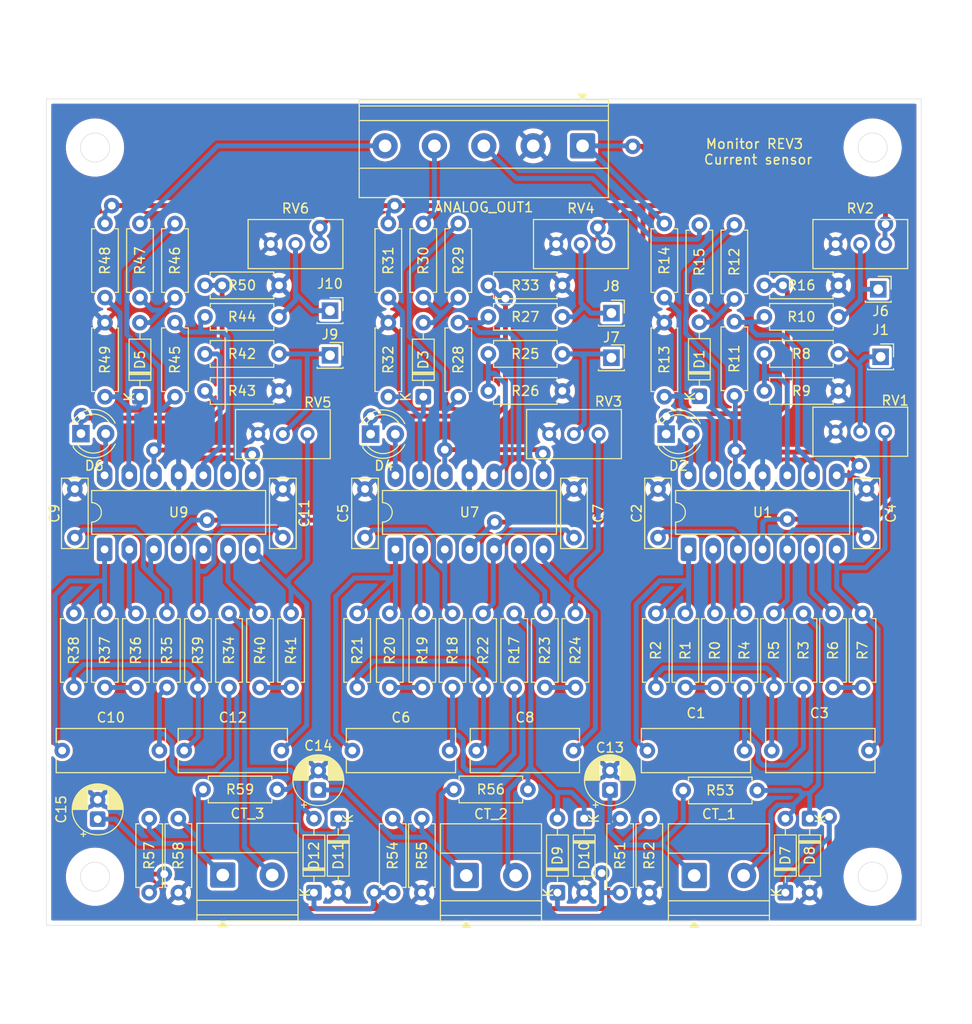
<source format=kicad_pcb>
(kicad_pcb (version 20241229) (generator "pcbnew") (generator_version "9.0")
  (layers (0 "F.Cu" signal) (2 "B.Cu" signal) (13 "F.Paste" user) (15 "B.Paste" user) (5 "F.SilkS" user "F.Silkscreen") (7 "B.SilkS" user "B.Silkscreen") (1 "F.Mask" user) (3 "B.Mask" user) (25 "Edge.Cuts" user))
  (net 0 "")
  (net 1 "Net-(C1-Pad2)")
  (net 2 "Net-(C1-Pad1)")
  (net 3 "GND")
  (net 4 "Net-(U1A-+)")
  (net 5 "Net-(C3-Pad1)")
  (net 6 "Net-(C3-Pad2)")
  (net 7 "Net-(U1B-+)")
  (net 8 "Net-(U7A-+)")
  (net 9 "Net-(C6-Pad2)")
  (net 10 "Net-(C6-Pad1)")
  (net 11 "Net-(U7B-+)")
  (net 12 "Net-(C8-Pad2)")
  (net 13 "Net-(C8-Pad1)")
  (net 14 "Net-(U9A-+)")
  (net 15 "Net-(C10-Pad2)")
  (net 16 "Net-(C10-Pad1)")
  (net 17 "Net-(U9B-+)")
  (net 18 "Net-(C12-Pad2)")
  (net 19 "Net-(C12-Pad1)")
  (net 20 "Net-(D1-A)")
  (net 21 "Net-(D1-K)")
  (net 22 "Net-(D2-A)")
  (net 23 "Net-(D2-K)")
  (net 24 "Net-(D3-K)")
  (net 25 "Net-(D3-A)")
  (net 26 "Net-(D4-A)")
  (net 27 "Net-(D4-K)")
  (net 28 "Net-(D5-A)")
  (net 29 "Net-(D5-K)")
  (net 30 "Net-(D6-K)")
  (net 31 "Net-(D6-A)")
  (net 32 "Net-(CT_1-Pin_1)")
  (net 33 "Net-(CT_2-Pin_1)")
  (net 34 "Net-(CT_3-Pin_1)")
  (net 35 "SIGNAL_OUT1")
  (net 36 "SIGNAL_OUT2")
  (net 37 "5V")
  (net 38 "SIGNAL_OUT3")
  (net 39 "Net-(R0-Pad2)")
  (net 40 "Net-(U1A--)")
  (net 41 "OUT_S1")
  (net 42 "Net-(R6-Pad2)")
  (net 43 "Net-(U1B--)")
  (net 44 "Net-(J1-Pin_1)")
  (net 45 "Net-(U1C-+)")
  (net 46 "Net-(J6-Pin_1)")
  (net 47 "Net-(U1C--)")
  (net 48 "Net-(U1D-+)")
  (net 49 "OUT_S2")
  (net 50 "Net-(U7A--)")
  (net 51 "Net-(R19-Pad2)")
  (net 52 "Net-(R23-Pad2)")
  (net 53 "Net-(U7B--)")
  (net 54 "Net-(J7-Pin_1)")
  (net 55 "Net-(U7C-+)")
  (net 56 "Net-(U7C--)")
  (net 57 "Net-(J8-Pin_1)")
  (net 58 "Net-(U7D-+)")
  (net 59 "OUT_S3")
  (net 60 "Net-(R36-Pad2)")
  (net 61 "Net-(U9A--)")
  (net 62 "Net-(R40-Pad2)")
  (net 63 "Net-(U9B--)")
  (net 64 "Net-(J9-Pin_1)")
  (net 65 "Net-(U9C-+)")
  (net 66 "Net-(U9C--)")
  (net 67 "Net-(J10-Pin_1)")
  (net 68 "Net-(U9D-+)")
  (footprint "TerminalBlock_Phoenix:TerminalBlock_Phoenix_MKDS-1,5-5-5.08_1x05_P5.08mm_Horizontal" (layer "F.Cu") (at 149.935 55 180)
    (property "Reference" "ANALOG_OUT1")
    (property "Value" "SCREW_TERMINAL_5")
  )
  (footprint "Resistor_THT:R_Axial_DIN0207_L6.3mm_D2.5mm_P7.62mm_Horizontal" (layer "F.Cu") (at 165.55 70.75 90)
    (property "Reference" "R12")
    (property "Value" "68k")
  )
  (footprint "LED_THT:LED_D4.0mm" (layer "F.Cu") (at 98.33 84.6)
    (property "Reference" "D6")
    (property "Value" "LED")
  )
  (footprint "Resistor_THT:R_Axial_DIN0207_L6.3mm_D2.5mm_P7.62mm_Horizontal" (layer "F.Cu") (at 133.45 103.09 -90)
    (property "Reference" "R19")
    (property "Value" "68k")
  )
  (footprint "Capacitor_THT:CP_Radial_D5.0mm_P2.00mm" (layer "F.Cu") (at 152.75 121.25 90)
    (property "Reference" "C13")
    (property "Value" "10uF")
  )
  (footprint "Resistor_THT:R_Axial_DIN0207_L6.3mm_D2.5mm_P7.62mm_Horizontal" (layer "F.Cu") (at 137.15 80.81 90)
    (property "Reference" "R28")
    (property "Value" "68k")
  )
  (footprint "Capacitor_THT:C_Rect_L7.0mm_W2.5mm_P5.00mm" (layer "F.Cu") (at 149.05 90.3 -90)
    (property "Reference" "C7")
    (property "Value" "15nF")
  )
  (footprint "Resistor_THT:R_Axial_DIN0207_L6.3mm_D2.5mm_P7.62mm_Horizontal" (layer "F.Cu") (at 160.5125 103.09 -90)
    (property "Reference" "R1")
    (property "Value" "68k")
  )
  (footprint "Resistor_THT:R_Axial_DIN0207_L6.3mm_D2.5mm_P7.62mm_Horizontal" (layer "F.Cu") (at 130.4 124.19 -90)
    (property "Reference" "R54")
    (property "Value" "68k")
  )
  (footprint "Diode_THT:D_DO-35_SOD27_P7.62mm_Horizontal" (layer "F.Cu") (at 122.3 131.81 90)
    (property "Reference" "D12")
    (property "Value" "1N5711")
  )
  (footprint "Capacitor_THT:C_Rect_L11.0mm_W4.3mm_P10.00mm_MKT" (layer "F.Cu") (at 139 117.2)
    (property "Reference" "C8")
    (property "Value" "100nF")
  )
  (footprint "Resistor_THT:R_Axial_DIN0207_L6.3mm_D2.5mm_P7.62mm_Horizontal" (layer "F.Cu") (at 130.1 103.09 -90)
    (property "Reference" "R20")
    (property "Value" "68k")
  )
  (footprint "Diode_THT:D_DO-35_SOD27_P7.62mm_Horizontal" (layer "F.Cu") (at 161.95 80.76 90)
    (property "Reference" "D1")
    (property "Value" "1N5711")
  )
  (footprint "Package_DIP:DIP-14_W7.62mm_LongPads" (layer "F.Cu") (at 160.84 96.51 90)
    (property "Reference" "U1")
    (property "Value" "LM324")
  )
  (footprint "Resistor_THT:R_Axial_DIN0207_L6.3mm_D2.5mm_P7.62mm_Horizontal" (layer "F.Cu") (at 146.05 103.09 -90)
    (property "Reference" "R23")
    (property "Value" "68k")
  )
  (footprint "Resistor_THT:R_Axial_DIN0207_L6.3mm_D2.5mm_P7.62mm_Horizontal" (layer "F.Cu") (at 129.95 70.61 90)
    (property "Reference" "R31")
    (property "Value" "400")
  )
  (footprint "Package_DIP:DIP-14_W7.62mm_LongPads" (layer "F.Cu") (at 100.76 96.51 90)
    (property "Reference" "U9")
    (property "Value" "LM324")
  )
  (footprint "Connector_PinSocket_2.54mm:PinSocket_1x01_P2.54mm_Vertical" (layer "F.Cu") (at 152.9 76.8)
    (property "Reference" "J7")
    (property "Value" "HEADER_MALE")
  )
  (footprint "Resistor_THT:R_Axial_DIN0207_L6.3mm_D2.5mm_P7.62mm_Horizontal" (layer "F.Cu") (at 147.86 76.4 180)
    (property "Reference" "R25")
    (property "Value" "68k")
  )
  (footprint "Resistor_THT:R_Axial_DIN0207_L6.3mm_D2.5mm_P7.62mm_Horizontal" (layer "F.Cu") (at 144.31 121.2 180)
    (property "Reference" "R56")
    (property "Value" "33")
  )
  (footprint "Resistor_THT:R_Axial_DIN0207_L6.3mm_D2.5mm_P7.62mm_Horizontal" (layer "F.Cu") (at 169.625 110.71 90)
    (property "Reference" "R5")
    (property "Value" "68k")
  )
  (footprint "Potentiometer_THT:Potentiometer_Bourns_3296W_Vertical" (layer "F.Cu") (at 181.05 84.4)
    (property "Reference" "RV1")
    (property "Value" "R_Potentiometer")
  )
  (footprint "Potentiometer_THT:Potentiometer_Bourns_3296W_Vertical" (layer "F.Cu") (at 181.05 65.1)
    (property "Reference" "RV2")
    (property "Value" "R_Potentiometer")
  )
  (footprint "LED_THT:LED_D4.0mm" (layer "F.Cu") (at 128.13 84.65)
    (property "Reference" "D4")
    (property "Value" "LED")
  )
  (footprint "Resistor_THT:R_Axial_DIN0207_L6.3mm_D2.5mm_P7.62mm_Horizontal" (layer "F.Cu") (at 158.35 70.61 90)
    (property "Reference" "R14")
    (property "Value" "400")
  )
  (footprint "Resistor_THT:R_Axial_DIN0207_L6.3mm_D2.5mm_P7.62mm_Horizontal" (layer "F.Cu") (at 149.2 110.71 90)
    (property "Reference" "R24")
    (property "Value" "68k")
  )
  (footprint "Capacitor_THT:C_Rect_L7.0mm_W2.5mm_P5.00mm" (layer "F.Cu") (at 119.1 90.3 -90)
    (property "Reference" "C11")
    (property "Value" "15nF")
  )
  (footprint "Resistor_THT:R_Axial_DIN0207_L6.3mm_D2.5mm_P7.62mm_Horizontal" (layer "F.Cu") (at 100.785714 103.09 -90)
    (property "Reference" "R37")
    (property "Value" "68k")
  )
  (footprint "Capacitor_THT:C_Rect_L11.0mm_W4.3mm_P10.00mm_MKT" (layer "F.Cu") (at 106.4 117.2 180)
    (property "Reference" "C10")
    (property "Value" "100nF")
  )
  (footprint "Resistor_THT:R_Axial_DIN0207_L6.3mm_D2.5mm_P7.62mm_Horizontal" (layer "F.Cu") (at 118.71 69.35 180)
    (property "Reference" "R50")
    (property "Value" "100")
  )
  (footprint "Resistor_THT:R_Axial_DIN0207_L6.3mm_D2.5mm_P7.62mm_Horizontal" (layer "F.Cu") (at 175.7 103.09 -90)
    (property "Reference" "R6")
    (property "Value" "68k")
  )
  (footprint "Resistor_THT:R_Axial_DIN0207_L6.3mm_D2.5mm_P7.62mm_Horizontal" (layer "F.Cu") (at 110.364286 110.71 90)
    (property "Reference" "R39")
    (property "Value" "68k")
  )
  (footprint "Potentiometer_THT:Potentiometer_Bourns_3296W_Vertical" (layer "F.Cu") (at 121.64 84.645)
    (property "Reference" "RV5")
    (property "Value" "R_Potentiometer")
  )
  (footprint "TerminalBlock_Phoenix:TerminalBlock_Phoenix_MKDS-1,5-2-5.08_1x02_P5.08mm_Horizontal" (layer "F.Cu") (at 112.92 130)
    (property "Reference" "CT_3")
    (property "Value" "SCREW_TERMINAL_2")
  )
  (footprint "Resistor_THT:R_Axial_DIN0207_L6.3mm_D2.5mm_P7.62mm_Horizontal" (layer "F.Cu") (at 136.55 110.71 90)
    (property "Reference" "R18")
    (property "Value" "68k")
  )
  (footprint "Resistor_THT:R_Axial_DIN0207_L6.3mm_D2.5mm_P7.62mm_Horizontal" (layer "F.Cu") (at 176.26 80.21 180)
    (property "Reference" "R9")
    (property "Value" "68k")
  )
  (footprint "Resistor_THT:R_Axial_DIN0207_L6.3mm_D2.5mm_P7.62mm_Horizontal" (layer "F.Cu") (at 176.26 72.59 180)
    (property "Reference" "R10")
    (property "Value" "68k")
  )
  (footprint "Connector_PinSocket_2.54mm:PinSocket_1x01_P2.54mm_Vertical" (layer "F.Cu") (at 123.95 71.95)
    (property "Reference" "J10")
    (property "Value" "HEADER_MALE")
  )
  (footprint "Capacitor_THT:C_Rect_L7.0mm_W2.5mm_P5.00mm" (layer "F.Cu") (at 97.7 90.3 -90)
    (property "Reference" "C9")
    (property "Value" "15nF")
  )
  (footprint "Resistor_THT:R_Axial_DIN0207_L6.3mm_D2.5mm_P7.62mm_Horizontal" (layer "F.Cu") (at 176.26 69.35 180)
    (property "Reference" "R16")
    (property "Value" "100")
  )
  (footprint "Resistor_THT:R_Axial_DIN0207_L6.3mm_D2.5mm_P7.62mm_Horizontal" (layer "F.Cu") (at 97.592857 103.09 -90)
    (property "Reference" "R38")
    (property "Value" "68k")
  )
  (footprint "Resistor_THT:R_Axial_DIN0207_L6.3mm_D2.5mm_P7.62mm_Horizontal" (layer "F.Cu") (at 108.35 131.81 90)
    (property "Reference" "R58")
    (property "Value" "68k")
  )
  (footprint "Connector_PinSocket_2.54mm:PinSocket_1x01_P2.54mm_Vertical" (layer "F.Cu") (at 180.35 69.75)
    (property "Reference" "J6")
    (property "Value" "HEADER_MALE")
  )
  (footprint "Resistor_THT:R_Axial_DIN0207_L6.3mm_D2.5mm_P7.62mm_Horizontal" (layer "F.Cu") (at 172.6625 103.09 -90)
    (property "Reference" "R3")
    (property "Value" "68k")
  )
  (footprint "Resistor_THT:R_Axial_DIN0207_L6.3mm_D2.5mm_P7.62mm_Horizontal" (layer "F.Cu") (at 116.75 103.09 -90)
    (property "Reference" "R40")
    (property "Value" "68k")
  )
  (footprint "Diode_THT:D_DO-35_SOD27_P7.62mm_Horizontal" (layer "F.Cu") (at 104.4 80.81 90)
    (property "Reference" "D5")
    (property "Value" "1N5711")
  )
  (footprint "Resistor_THT:R_Axial_DIN0207_L6.3mm_D2.5mm_P7.62mm_Horizontal" (layer "F.Cu") (at 100.8 73.19 -90)
    (property "Reference" "R49")
    (property "Value" "420")
  )
  (footprint "TerminalBlock_Phoenix:TerminalBlock_Phoenix_MKDS-1,5-2-5.08_1x02_P5.08mm_Horizontal" (layer "F.Cu") (at 161.42 130.05)
    (property "Reference" "CT_1")
    (property "Value" "SCREW_TERMINAL_2")
  )
  (footprint "Resistor_THT:R_Axial_DIN0207_L6.3mm_D2.5mm_P7.62mm_Horizontal" (layer "F.Cu") (at 166.5875 110.71 90)
    (property "Reference" "R4")
    (property "Value" "68k")
  )
  (footprint "Package_DIP:DIP-14_W7.62mm_LongPads" (layer "F.Cu") (at 130.68 96.51 90)
    (property "Reference" "U7")
    (property "Value" "LM324")
  )
  (footprint "Diode_THT:D_DO-35_SOD27_P7.62mm_Horizontal" (layer "F.Cu") (at 170.8 131.81 90)
    (property "Reference" "D7")
    (property "Value" "1N5711")
  )
  (footprint "Resistor_THT:R_Axial_DIN0207_L6.3mm_D2.5mm_P7.62mm_Horizontal" (layer "F.Cu") (at 105.35 124.19 -90)
    (property "Reference" "R57")
    (property "Value" "68k")
  )
  (footprint "Potentiometer_THT:Potentiometer_Bourns_3296W_Vertical" (layer "F.Cu") (at 151.59 84.645)
    (property "Reference" "RV3")
    (property "Value" "R_Potentiometer")
  )
  (footprint "Resistor_THT:R_Axial_DIN0207_L6.3mm_D2.5mm_P7.62mm_Horizontal" (layer "F.Cu") (at 118.71 80.21 180)
    (property "Reference" "R43")
    (property "Value" "68k")
  )
  (footprint "Capacitor_THT:C_Rect_L11.0mm_W4.3mm_P10.00mm_MKT" (layer "F.Cu") (at 166.6 117.2 180)
    (property "Reference" "C1")
    (property "Value" "100nF")
  )
  (footprint "Connector_PinSocket_2.54mm:PinSocket_1x01_P2.54mm_Vertical" (layer "F.Cu") (at 152.9 72.2)
    (property "Reference" "J8")
    (property "Value" "HEADER_MALE")
  )
  (footprint "Resistor_THT:R_Axial_DIN0207_L6.3mm_D2.5mm_P7.62mm_Horizontal" (layer "F.Cu") (at 118.51 121.2 180)
    (property "Reference" "R59")
    (property "Value" "33")
  )
  (footprint "Capacitor_THT:C_Rect_L11.0mm_W4.3mm_P10.00mm_MKT" (layer "F.Cu") (at 169.4 117.2)
    (property "Reference" "C3")
    (property "Value" "100nF")
  )
  (footprint "Resistor_THT:R_Axial_DIN0207_L6.3mm_D2.5mm_P7.62mm_Horizontal" (layer "F.Cu") (at 156.8 131.81 90)
    (property "Reference" "R52")
    (property "Value" "68k")
  )
  (footprint "Diode_THT:D_DO-35_SOD27_P7.62mm_Horizontal" (layer "F.Cu") (at 173.3 124.19 -90)
    (property "Reference" "D8")
    (property "Value" "1N5711")
  )
  (footprint "Potentiometer_THT:Potentiometer_Bourns_3296W_Vertical" (layer "F.Cu") (at 122.94 65.1)
    (property "Reference" "RV6")
    (property "Value" "R_Potentiometer")
  )
  (footprint "Resistor_THT:R_Axial_DIN0207_L6.3mm_D2.5mm_P7.62mm_Horizontal" (layer "F.Cu") (at 147.86 72.59 180)
    (property "Reference" "R27")
    (property "Value" "68k")
  )
  (footprint "LED_THT:LED_D4.0mm" (layer "F.Cu") (at 158.53 84.65)
    (property "Reference" "D2")
    (property "Value" "LED")
  )
  (footprint "Capacitor_THT:C_Rect_L11.0mm_W4.3mm_P10.00mm_MKT" (layer "F.Cu") (at 136.25 117.2 180)
    (property "Reference" "C6")
    (property "Value" "100nF")
  )
  (footprint "Resistor_THT:R_Axial_DIN0207_L6.3mm_D2.5mm_P7.62mm_Horizontal" (layer "F.Cu") (at 167.91 121.3 180)
    (property "Reference" "R53")
    (property "Value" "33")
  )
  (footprint "Resistor_THT:R_Axial_DIN0207_L6.3mm_D2.5mm_P7.62mm_Horizontal" (layer "F.Cu") (at 157.475 103.09 -90)
    (property "Reference" "R2")
    (property "Value" "68k")
  )
  (footprint "Resistor_THT:R_Axial_DIN0207_L6.3mm_D2.5mm_P7.62mm_Horizontal" (layer "F.Cu") (at 118.71 72.59 180)
    (property "Reference" "R44")
    (property "Value" "68k")
  )
  (footprint "Capacitor_THT:C_Rect_L7.0mm_W2.5mm_P5.00mm" (layer "F.Cu") (at 127.55 90.3 -90)
    (property "Reference" "C5")
    (property "Value" "15nF")
  )
  (footprint "Resistor_THT:R_Axial_DIN0207_L6.3mm_D2.5mm_P7.62mm_Horizontal" (layer "F.Cu") (at 133.55 62.99 -90)
    (property "Reference" "R30")
    (property "Value" "68k")
  )
  (footprint "Connector_PinSocket_2.54mm:PinSocket_1x01_P2.54mm_Vertical" (layer "F.Cu") (at 123.95 76.55)
    (property "Reference" "J9")
    (property "Value" "HEADER_MALE")
  )
  (footprint "Resistor_THT:R_Axial_DIN0207_L6.3mm_D2.5mm_P7.62mm_Horizontal" (layer "F.Cu") (at 165.55 80.71 90)
    (property "Reference" "R11")
    (property "Value" "68k")
  )
  (footprint "Diode_THT:D_DO-35_SOD27_P7.62mm_Horizontal" (layer "F.Cu") (at 150.1 124.19 -90)
    (property "Reference" "D10")
    (property "Value" "1N5711")
  )
  (footprint "Resistor_THT:R_Axial_DIN0207_L6.3mm_D2.5mm_P7.62mm_Horizontal" (layer "F.Cu") (at 108 80.81 90)
    (property "Reference" "R45")
    (property "Value" "68k")
  )
  (footprint "Capacitor_THT:C_Rect_L11.0mm_W4.3mm_P10.00mm_MKT" (layer "F.Cu") (at 108.95 117.2)
    (property "Reference" "C12")
    (property "Value" "100nF")
  )
  (footprint "Potentiometer_THT:Potentiometer_Bourns_3296W_Vertical" (layer "F.Cu") (at 152.3 65.1)
    (property "Reference" "RV4")
    (property "Value" "R_Potentiometer")
  )
  (footprint "Resistor_THT:R_Axial_DIN0207_L6.3mm_D2.5mm_P7.62mm_Horizontal" (layer "F.Cu") (at 108 70.61 90)
    (property "Reference" "R46")
    (property "Value" "68k")
  )
  (footprint "Resistor_THT:R_Axial_DIN0207_L6.3mm_D2.5mm_P7.62mm_Horizontal" (layer "F.Cu") (at 158.35 73.19 -90)
    (property "Reference" "R13")
    (property "Value" "420")
  )
  (footprint "Resistor_THT:R_Axial_DIN0207_L6.3mm_D2.5mm_P7.62mm_Horizontal" (layer "F.Cu") (at 142.9 103.09 -90)
    (property "Reference" "R17")
    (property "Value" "68k")
  )
  (footprint "Diode_THT:D_DO-35_SOD27_P7.62mm_Horizontal" (layer "F.Cu") (at 147.35 131.81 90)
    (property "Reference" "D9")
    (property "Value" "1N5711")
  )
  (footprint "Resistor_THT:R_Axial_DIN0207_L6.3mm_D2.5mm_P7.62mm_Horizontal" (layer "F.Cu") (at 163.55 103.09 -90)
    (property "Reference" "R0")
    (property "Value" "68k")
  )
  (footprint "Resistor_THT:R_Axial_DIN0207_L6.3mm_D2.5mm_P7.62mm_Horizontal" (layer "F.Cu") (at 100.8 70.61 90)
    (property "Reference" "R48")
    (property "Value" "400")
  )
  (footprint "Diode_THT:D_DO-35_SOD27_P7.62mm_Horizontal" (layer "F.Cu") (at 124.8 124.19 -90)
    (property "Reference" "D11")
    (property "Value" "1N5711")
  )
  (footprint "Resistor_THT:R_Axial_DIN0207_L6.3mm_D2.5mm_P7.62mm_Horizontal" (layer "F.Cu") (at 113.557143 103.09 -90)
    (property "Reference" "R34")
    (property "Value" "68k")
  )
  (footprint "Diode_THT:D_DO-35_SOD27_P7.62mm_Horizontal" (layer "F.Cu") (at 133.55 80.81 90)
    (property "Reference" "D3")
    (property "Value" "1N5711")
  )
  (footprint "Resistor_THT:R_Axial_DIN0207_L6.3mm_D2.5mm_P7.62mm_Horizontal" (layer "F.Cu") (at 147.86 69.35 180)
    (property "Reference" "R33")
    (property "Value" "100")
  )
  (footprint "Connector_PinSocket_2.54mm:PinSocket_1x01_P2.54mm_Vertical" (layer "F.Cu") (at 180.6 76.7)
    (property "Reference" "J1")
    (property "Value" "HEADER_MALE")
  )
  (footprint "Capacitor_THT:C_Rect_L7.0mm_W2.5mm_P5.00mm" (layer "F.Cu") (at 179.15 90.3 -90)
    (property "Reference" "C4")
    (property "Value" "15nF")
  )
  (footprint "Resistor_THT:R_Axial_DIN0207_L6.3mm_D2.5mm_P7.62mm_Horizontal" (layer "F.Cu") (at 103.978571 103.09 -90)
    (property "Reference" "R36")
    (property "Value" "68k")
  )
  (footprint "Resistor_THT:R_Axial_DIN0207_L6.3mm_D2.5mm_P7.62mm_Horizontal" (layer "F.Cu") (at 176.26 76.4 180)
    (property "Reference" "R8")
    (property "Value" "68k")
  )
  (footprint "Resistor_THT:R_Axial_DIN0207_L6.3mm_D2.5mm_P7.62mm_Horizontal" (layer "F.Cu") (at 107.171428 110.71 90)
    (property "Reference" "R35")
    (property "Value" "68k")
  )
  (footprint "Resistor_THT:R_Axial_DIN0207_L6.3mm_D2.5mm_P7.62mm_Horizontal" (layer "F.Cu") (at 161.95 63.14 -90)
    (property "Reference" "R15")
    (property "Value" "68k")
  )
  (footprint "Capacitor_THT:C_Rect_L7.0mm_W2.5mm_P5.00mm" (layer "F.Cu") (at 157.7 90.3 -90)
    (property "Reference" "C2")
    (property "Value" "15nF")
  )
  (footprint "Resistor_THT:R_Axial_DIN0207_L6.3mm_D2.5mm_P7.62mm_Horizontal" (layer "F.Cu") (at 104.4 62.99 -90)
    (property "Reference" "R47")
    (property "Value" "68k")
  )
  (footprint "Capacitor_THT:CP_Radial_D5.0mm_P2.00mm" (layer "F.Cu") (at 122.75 121.25 90)
    (property "Reference" "C14")
    (property "Value" "10uF")
  )
  (footprint "Resistor_THT:R_Axial_DIN0207_L6.3mm_D2.5mm_P7.62mm_Horizontal" (layer "F.Cu") (at 139.7 110.71 90)
    (property "Reference" "R22")
    (property "Value" "68k")
  )
  (footprint "Resistor_THT:R_Axial_DIN0207_L6.3mm_D2.5mm_P7.62mm_Horizontal" (layer "F.Cu") (at 126.75 103.09 -90)
    (property "Reference" "R21")
    (property "Value" "68k")
  )
  (footprint "TerminalBlock_Phoenix:TerminalBlock_Phoenix_MKDS-1,5-2-5.08_1x02_P5.08mm_Horizontal" (layer "F.Cu") (at 137.97 130.05)
    (property "Reference" "CT_2")
    (property "Value" "SCREW_TERMINAL_2")
  )
  (footprint "Resistor_THT:R_Axial_DIN0207_L6.3mm_D2.5mm_P7.62mm_Horizontal" (layer "F.Cu") (at 118.71 76.4 180)
    (property "Reference" "R42")
    (property "Value" "68k")
  )
  (footprint "Resistor_THT:R_Axial_DIN0207_L6.3mm_D2.5mm_P7.62mm_Horizontal" (layer "F.Cu") (at 178.7375 110.71 90)
    (property "Reference" "R7")
    (property "Value" "68k")
  )
  (footprint "Resistor_THT:R_Axial_DIN0207_L6.3mm_D2.5mm_P7.62mm_Horizontal" (layer "F.Cu") (at 137.15 70.61 90)
    (property "Reference" "R29")
    (property "Value" "68k")
  )
  (footprint "Capacitor_THT:CP_Radial_D5.0mm_P2.00mm" (layer "F.Cu") (at 100.05 124.25 90)
    (property "Reference" "C15")
    (property "Value" "10uF")
  )
  (footprint "Resistor_THT:R_Axial_DIN0207_L6.3mm_D2.5mm_P7.62mm_Horizontal" (layer "F.Cu") (at 147.86 80.21 180)
    (property "Reference" "R26")
    (property "Value" "68k")
  )
  (footprint "Resistor_THT:R_Axial_DIN0207_L6.3mm_D2.5mm_P7.62mm_Horizontal" (layer "F.Cu") (at 119.942857 110.71 90)
    (property "Reference" "R41")
    (property "Value" "68k")
  )
  (footprint "Resistor_THT:R_Axial_DIN0207_L6.3mm_D2.5mm_P7.62mm_Horizontal" (layer "F.Cu") (at 153.8 124.19 -90)
    (property "Reference" "R51")
    (property "Value" "68k")
  )
  (footprint "Resistor_THT:R_Axial_DIN0207_L6.3mm_D2.5mm_P7.62mm_Horizontal" (layer "F.Cu") (at 129.95 73.19 -90)
    (property "Reference" "R32")
    (property "Value" "420")
  )
  (footprint "Resistor_THT:R_Axial_DIN0207_L6.3mm_D2.5mm_P7.62mm_Horizontal" (layer "F.Cu") (at 133.4 131.81 90)
    (property "Reference" "R55")
    (property "Value" "68k")
  )
  (gr_rect (start 94.775 50.175) (end 184.775 135.175) (stroke (width 0.05)) (fill no) (layer "Edge.Cuts"))
  (gr_circle (center 99.775 130.175) (end 101.275 130.175) (stroke (width 0.05)) (fill no) (layer "Edge.Cuts"))
  (gr_circle (center 179.775 130.175) (end 181.275 130.175) (stroke (width 0.05)) (fill no) (layer "Edge.Cuts"))
  (gr_circle (center 179.775 55.175) (end 181.275 55.175) (stroke (width 0.05)) (fill no) (layer "Edge.Cuts"))
  (gr_circle (center 99.775 55.175) (end 101.275 55.175) (stroke (width 0.05)) (fill no) (layer "Edge.Cuts"))
  (gr_text "Monitor REV3 \nCurrent sensor" (at 168 57 0) (layer "F.SilkS") (effects (font (size 1 1)) (justify bottom)))
  (segment (start 155.45 116.05) (end 156.6 117.2) (width 0.5) (layer "B.Cu") (net 1))
  (segment (start 160.84 96.51) (end 160.84 96.76) (width 0.5) (layer "B.Cu") (net 1))
  (segment (start 160.84 96.51) (end 160.84 102.7625) (width 0.5) (layer "B.Cu") (net 1))
  (segment (start 160.84 96.51) (end 160.84 99.725) (width 0.5) (layer "B.Cu") (net 1))
  (segment (start 160.84 102.7625) (end 160.5125 103.09) (width 0.5) (layer "B.Cu") (net 1))
  (segment (start 160.84 99.725) (end 157.475 103.09) (width 0.5) (layer "B.Cu") (net 1))
  (segment (start 155.45 102.15) (end 155.45 116.05) (width 0.5) (layer "B.Cu") (net 1))
  (segment (start 160.84 99.725) (end 157.875 99.725) (width 0.5) (layer "B.Cu") (net 1))
  (segment (start 157.875 99.725) (end 155.45 102.15) (width 0.5) (layer "B.Cu") (net 1))
  (segment (start 166.6 114) (end 166.6 112.6) (width 0.5) (layer "B.Cu") (net 2))
  (segment (start 166.6 114) (end 166.6 117.2) (width 0.5) (layer "B.Cu") (net 2))
  (segment (start 166.6 112.6) (end 166.6 110.7225) (width 0.5) (layer "B.Cu") (net 2))
  (segment (start 168 116.65) (end 168 118.25) (width 0.5) (layer "B.Cu") (net 2))
  (segment (start 170.9 118.7) (end 172.6625 116.9375) (width 0.5) (layer "B.Cu") (net 2))
  (segment (start 168.45 118.7) (end 170.9 118.7) (width 0.5) (layer "B.Cu") (net 2))
  (segment (start 166.6 117.2) (end 166.6 115.25) (width 0.5) (layer "B.Cu") (net 2))
  (segment (start 166.6 115.25) (end 166.6 114.7) (width 0.5) (layer "B.Cu") (net 2))
  (segment (start 166.6 115.25) (end 168 116.65) (width 0.5) (layer "B.Cu") (net 2))
  (segment (start 166.6 110.7225) (end 166.5875 110.71) (width 0.5) (layer "B.Cu") (net 2))
  (segment (start 166.6 114.7) (end 166.6 114) (width 0.5) (layer "B.Cu") (net 2))
  (segment (start 172.6625 116.9375) (end 172.6625 110.71) (width 0.5) (layer "B.Cu") (net 2))
  (segment (start 168 118.25) (end 168.45 118.7) (width 0.5) (layer "B.Cu") (net 2))
  (segment (start 165.92 102.4225) (end 166.5875 103.09) (width 0.5) (layer "B.Cu") (net 4))
  (segment (start 165.349 94.699) (end 165.92 95.27) (width 0.5) (layer "B.Cu") (net 4))
  (segment (start 157.7 95.3) (end 158.301 94.699) (width 0.5) (layer "B.Cu") (net 4))
  (segment (start 165.92 95.27) (end 165.92 96.51) (width 0.5) (layer "B.Cu") (net 4))
  (segment (start 158.301 94.699) (end 165.349 94.699) (width 0.5) (layer "B.Cu") (net 4))
  (segment (start 165.92 96.51) (end 165.92 102.4225) (width 0.5) (layer "B.Cu") (net 4))
  (segment (start 168.85 108.7) (end 169.625 109.475) (width 0.5) (layer "B.Cu") (net 5))
  (segment (start 169.625 109.475) (end 169.625 110.71) (width 0.5) (layer "B.Cu") (net 5))
  (segment (start 169.4 110.935) (end 169.625 110.71) (width 0.5) (layer "B.Cu") (net 5))
  (segment (start 169.4 117.2) (end 169.4 110.935) (width 0.5) (layer "B.Cu") (net 5))
  (segment (start 157.475 109.475) (end 158.25 108.7) (width 0.5) (layer "B.Cu") (net 5))
  (segment (start 157.475 110.71) (end 157.475 109.475) (width 0.5) (layer "B.Cu") (net 5))
  (segment (start 158.25 108.7) (end 168.85 108.7) (width 0.5) (layer "B.Cu") (net 5))
  (segment (start 179.4 117.2) (end 180.35 116.25) (width 0.5) (layer "B.Cu") (net 6))
  (segment (start 180.35 116.25) (end 180.35 104.7025) (width 0.5) (layer "B.Cu") (net 6))
  (segment (start 181.05 96.4) (end 181.05 84.4) (width 0.5) (layer "B.Cu") (net 6))
  (segment (start 176.08 96.51) (end 176.08 100.15) (width 0.5) (layer "B.Cu") (net 6))
  (segment (start 176.4 98.4) (end 179.05 98.4) (width 0.5) (layer "B.Cu") (net 6))
  (segment (start 179.05 98.4) (end 181.05 96.4) (width 0.5) (layer "B.Cu") (net 6))
  (segment (start 176.08 100.15) (end 176.08 100.4325) (width 0.5) (layer "B.Cu") (net 6))
  (segment (start 180.35 104.7025) (end 178.7375 103.09) (width 0.5) (layer "B.Cu") (net 6))
  (segment (start 176.08 100.4325) (end 178.7375 103.09) (width 0.5) (layer "B.Cu") (net 6))
  (segment (start 179.15 95.3) (end 178.350001 94.500001) (width 0.5) (layer "B.Cu") (net 7))
  (segment (start 171.599999 94.500001) (end 171 95.1) (width 0.5) (layer "B.Cu") (net 7))
  (segment (start 171 95.1) (end 171 96.51) (width 0.5) (layer "B.Cu") (net 7))
  (segment (start 171 101.715) (end 171 96.51) (width 0.5) (layer "B.Cu") (net 7))
  (segment (start 178.350001 94.500001) (end 171.599999 94.500001) (width 0.5) (layer "B.Cu") (net 7))
  (segment (start 169.625 103.09) (end 171 101.715) (width 0.5) (layer "B.Cu") (net 7))
  (segment (start 134.6 97.59) (end 134.6 95.35) (width 0.5) (layer "B.Cu") (net 8))
  (segment (start 128.349999 94.500001) (end 133.3 94.500001) (width 0.5) (layer "B.Cu") (net 8))
  (segment (start 135.76 96.51) (end 135.76 98.75) (width 0.5) (layer "B.Cu") (net 8))
  (segment (start 133.3 94.500001) (end 133.750001 94.500001) (width 0.5) (layer "B.Cu") (net 8))
  (segment (start 133.750001 94.500001) (end 134.6 95.35) (width 0.5) (layer "B.Cu") (net 8))
  (segment (start 134.6 95.65) (end 134.6 97.59) (width 0.5) (layer "B.Cu") (net 8))
  (segment (start 135.76 98.75) (end 134.6 97.59) (width 0.5) (layer "B.Cu") (net 8))
  (segment (start 135.76 102.3) (end 136.55 103.09) (width 0.5) (layer "B.Cu") (net 8))
  (segment (start 133.3 94.500001) (end 133.450001 94.500001) (width 0.5) (layer "B.Cu") (net 8))
  (segment (start 135.76 98.75) (end 135.76 102.3) (width 0.5) (layer "B.Cu") (net 8))
  (segment (start 127.55 95.3) (end 128.349999 94.500001) (width 0.5) (layer "B.Cu") (net 8))
  (segment (start 126.45 99.45) (end 130.55 99.45) (width 0.5) (layer "B.Cu") (net 9))
  (segment (start 124.55 115.5) (end 124.55 101.35) (width 0.5) (layer "B.Cu") (net 9))
  (segment (start 130.68 102.51) (end 130.1 103.09) (width 0.5) (layer "B.Cu") (net 9))
  (segment (start 130.68 99.32) (end 130.68 96.51) (width 0.5) (layer "B.Cu") (net 9))
  (segment (start 130.68 96.51) (end 130.68 99.16) (width 0.5) (layer "B.Cu") (net 9))
  (segment (start 130.55 99.45) (end 130.68 99.32) (width 0.5) (layer "B.Cu") (net 9))
  (segment (start 130.68 99.16) (end 126.75 103.09) (width 0.5) (layer "B.Cu") (net 9))
  (segment (start 126.25 117.2) (end 124.55 115.5) (width 0.5) (layer "B.Cu") (net 9))
  (segment (start 130.68 96.51) (end 130.68 102.51) (width 0.5) (layer "B.Cu") (net 9))
  (segment (start 124.55 101.35) (end 126.45 99.45) (width 0.5) (layer "B.Cu") (net 9))
  (segment (start 137.15 115.6) (end 137.65 116.1) (width 0.5) (layer "B.Cu") (net 10))
  (segment (start 138.05 119.25) (end 141.15 119.25) (width 0.5) (layer "B.Cu") (net 10))
  (segment (start 136.55 115.6) (end 137.15 115.6) (width 0.5) (layer "B.Cu") (net 10))
  (segment (start 137.65 118.85) (end 138.05 119.25) (width 0.5) (layer "B.Cu") (net 10))
  (segment (start 136.55 115.6) (end 136.55 116.9) (width 0.5) (layer "B.Cu") (net 10))
  (segment (start 142.9 117.5) (end 142.9 110.71) (width 0.5) (layer "B.Cu") (net 10))
  (segment (start 137.65 116.1) (end 137.65 118.85) (width 0.5) (layer "B.Cu") (net 10))
  (segment (start 141.15 119.25) (end 142.9 117.5) (width 0.5) (layer "B.Cu") (net 10))
  (segment (start 136.55 116.9) (end 136.25 117.2) (width 0.5) (layer "B.Cu") (net 10))
  (segment (start 136.55 110.71) (end 136.55 115.6) (width 0.5) (layer "B.Cu") (net 10))
  (segment (start 140.75 96.6) (end 140.84 96.51) (width 0.5) (layer "B.Cu") (net 11))
  (segment (start 149.05 95.3) (end 148.250001 94.500001) (width 0.5) (layer "B.Cu") (net 11))
  (segment (start 140.75 102.04) (end 140.75 96.6) (width 0.5) (layer "B.Cu") (net 11))
  (segment (start 139.7 103.09) (end 140.75 102.04) (width 0.5) (layer "B.Cu") (net 11))
  (segment (start 148.250001 94.500001) (end 142.849999 94.500001) (width 0.5) (layer "B.Cu") (net 11))
  (segment (start 142.849999 94.500001) (end 140.84 96.51) (width 0.5) (layer "B.Cu") (net 11))
  (segment (start 148.8 99.35) (end 148.8 100.55) (width 0.5) (layer "B.Cu") (net 12))
  (segment (start 151.55 96.6) (end 148.8 99.35) (width 0.5) (layer "B.Cu") (net 12))
  (segment (start 145.92 97.67) (end 145.92 96.51) (width 0.5) (layer "B.Cu") (net 12))
  (segment (start 149 117.2) (end 151.25 114.95) (width 0.5) (layer "B.Cu") (net 12))
  (segment (start 149.2 101.65) (end 149.55 101.3) (width 0.5) (layer "B.Cu") (net 12))
  (segment (start 151.55 84.685) (end 151.55 96.6) (width 0.5) (layer "B.Cu") (net 12))
  (segment (start 149.2 103.09) (end 149.2 101.65) (width 0.5) (layer "B.Cu") (net 12))
  (segment (start 149.55 101.3) (end 148.8 100.55) (width 0.5) (layer "B.Cu") (net 12))
  (segment (start 151.25 103) (end 149.55 101.3) (width 0.5) (layer "B.Cu") (net 12))
  (segment (start 148.8 100.55) (end 145.92 97.67) (width 0.5) (layer "B.Cu") (net 12))
  (segment (start 151.25 114.95) (end 151.25 103) (width 0.5) (layer "B.Cu") (net 12))
  (segment (start 151.59 84.645) (end 151.55 84.685) (width 0.5) (layer "B.Cu") (net 12))
  (segment (start 138.45 108) (end 139.7 109.25) (width 0.5) (layer "B.Cu") (net 13))
  (segment (start 139.75 110.76) (end 139.75 116.45) (width 0.5) (layer "B.Cu") (net 13))
  (segment (start 126.75 110.71) (end 126.75 109.65) (width 0.5) (layer "B.Cu") (net 13))
  (segment (start 139.7 109.25) (end 139.7 110.71) (width 0.5) (layer "B.Cu") (net 13))
  (segment (start 139.75 116.45) (end 139 117.2) (width 0.5) (layer "B.Cu") (net 13))
  (segment (start 139.7 110.71) (end 139.75 110.76) (width 0.5) (layer "B.Cu") (net 13))
  (segment (start 128.4 108) (end 138.45 108) (width 0.5) (layer "B.Cu") (net 13))
  (segment (start 126.75 109.65) (end 128.4 108) (width 0.5) (layer "B.Cu") (net 13))
  (segment (start 104.75 95.42) (end 104.75 98.3) (width 0.5) (layer "B.Cu") (net 14))
  (segment (start 104.75 98.3) (end 105.5 99.05) (width 0.5) (layer "B.Cu") (net 14))
  (segment (start 105.5 99.05) (end 105.5 96.85) (width 0.5) (layer "B.Cu") (net 14))
  (segment (start 103.830001 94.500001) (end 104.75 95.42) (width 0.5) (layer "B.Cu") (net 14))
  (segment (start 107.171428 100.721428) (end 107.171428 103.09) (width 0.5) (layer "B.Cu") (net 14))
  (segment (start 97.7 95.3) (end 98.499999 94.500001) (width 0.5) (layer "B.Cu") (net 14))
  (segment (start 105.5 96.85) (end 105.84 96.51) (width 0.5) (layer "B.Cu") (net 14))
  (segment (start 98.499999 94.500001) (end 103.830001 94.500001) (width 0.5) (layer "B.Cu") (net 14))
  (segment (start 105.5 99.05) (end 107.171428 100.721428) (width 0.5) (layer "B.Cu") (net 14))
  (segment (start 97.1 99.75) (end 95.65 101.2) (width 0.5) (layer "B.Cu") (net 15))
  (segment (start 100.76 103.064286) (end 100.785714 103.09) (width 0.5) (layer "B.Cu") (net 15))
  (segment (start 95.65 116.45) (end 96.4 117.2) (width 0.5) (layer "B.Cu") (net 15))
  (segment (start 100.76 99.75) (end 100.76 103.064286) (width 0.5) (layer "B.Cu") (net 15))
  (segment (start 97.592857 102.207143) (end 97.592857 103.09) (width 0.5) (layer "B.Cu") (net 15))
  (segment (start 100.76 99.75) (end 100.05 99.75) (width 0.5) (layer "B.Cu") (net 15))
  (segment (start 100.76 99.75) (end 97.1 99.75) (width 0.5) (layer "B.Cu") (net 15))
  (segment (start 100.05 99.75) (end 97.592857 102.207143) (width 0.5) (layer "B.Cu") (net 15))
  (segment (start 95.65 101.2) (end 95.65 116.45) (width 0.5) (layer "B.Cu") (net 15))
  (segment (start 100.76 96.51) (end 100.76 99.75) (width 0.5) (layer "B.Cu") (net 15))
  (segment (start 106.4 111.481428) (end 107.171428 110.71) (width 0.5) (layer "B.Cu") (net 16))
  (segment (start 107.7 116.3) (end 107.7 118.75) (width 0.5) (layer "B.Cu") (net 16))
  (segment (start 113.557143 117.892857) (end 113.557143 110.71) (width 0.5) (layer "B.Cu") (net 16))
  (segment (start 106.4 115.5) (end 106.9 115.5) (width 0.5) (layer "B.Cu") (net 16))
  (segment (start 112.15 119.3) (end 113.557143 117.892857) (width 0.5) (layer "B.Cu") (net 16))
  (segment (start 106.4 117.2) (end 106.4 116) (width 0.5) (layer "B.Cu") (net 16))
  (segment (start 107.7 118.75) (end 108.25 119.3) (width 0.5) (layer "B.Cu") (net 16))
  (segment (start 106.4 115.5) (end 106.4 111.481428) (width 0.5) (layer "B.Cu") (net 16))
  (segment (start 108.25 119.3) (end 112.15 119.3) (width 0.5) (layer "B.Cu") (net 16))
  (segment (start 106.4 116) (end 106.4 115.5) (width 0.5) (layer "B.Cu") (net 16))
  (segment (start 106.9 115.5) (end 107.7 116.3) (width 0.5) (layer "B.Cu") (net 16))
  (segment (start 112.929999 94.500001) (end 118.300001 94.500001) (width 0.5) (layer "B.Cu") (net 17))
  (segment (start 110.35 97.5) (end 110.35 97.08) (width 0.5) (layer "B.Cu") (net 17))
  (segment (start 110.35 98.75) (end 111.1 98.75) (width 0.5) (layer "B.Cu") (net 17))
  (segment (start 110.35 97.5) (end 110.35 98.75) (width 0.5) (layer "B.Cu") (net 17))
  (segment (start 110.92 96.51) (end 110.35 97.08) (width 0.5) (layer "B.Cu") (net 17))
  (segment (start 112 97.85) (end 112 95.43) (width 0.5) (layer "B.Cu") (net 17))
  (segment (start 110.35 98.75) (end 110.35 103.075714) (width 0.5) (layer "B.Cu") (net 17))
  (segment (start 118.300001 94.500001) (end 119.1 95.3) (width 0.5) (layer "B.Cu") (net 17))
  (segment (start 111.1 98.75) (end 112 97.85) (width 0.5) (layer "B.Cu") (net 17))
  (segment (start 110.35 103.075714) (end 110.364286 103.09) (width 0.5) (layer "B.Cu") (net 17))
  (segment (start 112 95.43) (end 112.929999 94.500001) (width 0.5) (layer "B.Cu") (net 17))
  (segment (start 119.695 100.205) (end 119.942857 100.452857) (width 0.5) (layer "B.Cu") (net 18))
  (segment (start 119.942857 100.452857) (end 119.942857 103.09) (width 0.5) (layer "B.Cu") (net 18))
  (segment (start 121.55 102.06) (end 121.55 114.6) (width 0.5) (layer "B.Cu") (net 18))
  (segment (start 119.65 100.16) (end 119.695 100.205) (width 0.5) (layer "B.Cu") (net 18))
  (segment (start 121.64 97.66) (end 119.65 99.65) (width 0.5) (layer "B.Cu") (net 18))
  (segment (start 121.64 84.645) (end 121.64 97.66) (width 0.5) (layer "B.Cu") (net 18))
  (segment (start 116 96.51) (end 121.55 102.06) (width 0.5) (layer "B.Cu") (net 18))
  (segment (start 119.65 99.65) (end 119.65 100.16) (width 0.5) (layer "B.Cu") (net 18))
  (segment (start 121.55 114.6) (end 118.95 117.2) (width 0.5) (layer "B.Cu") (net 18))
  (segment (start 116 96.51) (end 119.695 100.205) (width 0.5) (layer "B.Cu") (net 18))
  (segment (start 97.592857 109.307143) (end 98.55 108.35) (width 0.5) (layer "B.Cu") (net 19))
  (segment (start 110.4 110.745714) (end 110.364286 110.71) (width 0.5) (layer "B.Cu") (net 19))
  (segment (start 110.4 115.75) (end 110.4 110.745714) (width 0.5) (layer "B.Cu") (net 19))
  (segment (start 98.55 108.35) (end 109.5 108.35) (width 0.5) (layer "B.Cu") (net 19))
  (segment (start 110.364286 109.214286) (end 110.364286 110.71) (width 0.5) (layer "B.Cu") (net 19))
  (segment (start 108.95 117.2) (end 110.4 115.75) (width 0.5) (layer "B.Cu") (net 19))
  (segment (start 97.592857 110.71) (end 97.592857 109.307143) (width 0.5) (layer "B.Cu") (net 19))
  (segment (start 109.5 108.35) (end 110.364286 109.214286) (width 0.5) (layer "B.Cu") (net 19))
  (segment (start 163.16 73.14) (end 163.925 72.375) (width 0.5) (layer "B.Cu") (net 20))
  (segment (start 163.925 72.375) (end 165.55 70.75) (width 0.5) (layer "B.Cu") (net 20))
  (segment (start 161.95 73.14) (end 163.16 73.14) (width 0.5) (layer "B.Cu") (net 20))
  (segment (start 163.565 72.375) (end 161.95 70.76) (width 0.5) (layer "B.Cu") (net 20))
  (segment (start 163.925 72.375) (end 163.565 72.375) (width 0.5) (layer "B.Cu") (net 20))
  (segment (start 162.725 82.6) (end 163.38 83.255) (width 0.5) (layer "B.Cu") (net 21))
  (segment (start 158.4 80.76) (end 158.35 80.81) (width 0.5) (layer "B.Cu") (net 21))
  (segment (start 160.05 80.76) (end 158.4 80.76) (width 0.5) (layer "B.Cu") (net 21))
  (segment (start 163.38 83.255) (end 163.38 88.89) (width 0.5) (layer "B.Cu") (net 21))
  (segment (start 161.95 80.76) (end 160.05 80.76) (width 0.5) (layer "B.Cu") (net 21))
  (segment (start 160.05 80.76) (end 160.05 81.65) (width 0.5) (layer "B.Cu") (net 21))
  (segment (start 159.85 72.11) (end 159.85 80.56) (width 0.5) (layer "B.Cu") (net 21))
  (segment (start 162.925 88.435) (end 163.38 88.89) (width 0.5) (layer "B.Cu") (net 21))
  (segment (start 159.85 80.56) (end 160.05 80.76) (width 0.5) (layer "B.Cu") (net 21))
  (segment (start 160.05 81.65) (end 161 82.6) (width 0.5) (layer "B.Cu") (net 21))
  (segment (start 158.35 70.61) (end 159.85 72.11) (width 0.5) (layer "B.Cu") (net 21))
  (segment (start 161 82.6) (end 162.725 82.6) (width 0.5) (layer "B.Cu") (net 21))
  (segment (start 161.07 84.65) (end 161.07 88.66) (width 0.5) (layer "B.Cu") (net 22))
  (segment (start 161.07 88.66) (end 160.84 88.89) (width 0.5) (layer "B.Cu") (net 22))
  (segment (start 158.85 82.55) (end 158.575 82.825) (width 0.5) (layer "F.Cu") (net 23))
  (segment (start 158.575 82.825) (end 158.5 82.9) (width 0.5) (layer "F.Cu") (net 23))
  (segment (start 170.55 69.35) (end 171 69.8) (width 0.5) (layer "F.Cu") (net 23))
  (segment (start 171 81.55) (end 170 82.55) (width 0.5) (layer "F.Cu") (net 23))
  (segment (start 171 69.8) (end 171 81.55) (width 0.5) (layer "F.Cu") (net 23))
  (segment (start 170 82.55) (end 158.85 82.55) (width 0.5) (layer "F.Cu") (net 23))
  (via (at 170.55 69.35) (size 1.6) (drill 0.8) (layers "F.Cu" "B.Cu") (net 23))
  (via (at 158.575 82.825) (size 1.6) (drill 0.8) (layers "F.Cu" "B.Cu") (net 23))
  (segment (start 158.575 84.605) (end 158.53 84.65) (width 0.5) (layer "B.Cu") (net 23))
  (segment (start 158.53 83.99) (end 158.53 84.65) (width 0.5) (layer "B.Cu") (net 23))
  (segment (start 158.575 82.825) (end 158.575 84.605) (width 0.5) (layer "B.Cu") (net 23))
  (segment (start 168.64 69.35) (end 170.55 69.35) (width 0.5) (layer "B.Cu") (net 23))
  (segment (start 133.55 82.52) (end 133.55 80.81) (width 0.5) (layer "B.Cu") (net 24))
  (segment (start 133.22 83.05) (end 133.22 88.89) (width 0.5) (layer "B.Cu") (net 24))
  (segment (start 131.18 80.81) (end 129.95 80.81) (width 0.5) (layer "B.Cu") (net 24))
  (segment (start 133.22 82.85) (end 133.55 82.52) (width 0.5) (layer "B.Cu") (net 24))
  (segment (start 131.385 81.015) (end 131.18 80.81) (width 0.5) (layer "B.Cu") (net 24))
  (segment (start 131.4 81) (end 131.385 81.015) (width 0.5) (layer "B.Cu") (net 24))
  (segment (start 131.4 74.88995) (end 131.4 81) (width 0.5) (layer "B.Cu") (net 24))
  (segment (start 131.4 72.06) (end 131.4 74.88995) (width 0.5) (layer "B.Cu") (net 24))
  (segment (start 133.22 82.85) (end 131.385 81.015) (width 0.5) (layer "B.Cu") (net 24))
  (segment (start 133.22 83.05) (end 133.22 82.85) (width 0.5) (layer "B.Cu") (net 24))
  (segment (start 129.95 70.61) (end 131.4 72.06) (width 0.5) (layer "B.Cu") (net 24))
  (segment (start 135.07 72.13) (end 133.55 70.61) (width 0.5) (layer "B.Cu") (net 25))
  (segment (start 135.63 72.13) (end 135.07 72.13) (width 0.5) (layer "B.Cu") (net 25))
  (segment (start 134.57 73.19) (end 135.63 72.13) (width 0.5) (layer "B.Cu") (net 25))
  (segment (start 135.63 72.13) (end 137.15 70.61) (width 0.5) (layer "B.Cu") (net 25))
  (segment (start 133.55 73.19) (end 134.57 73.19) (width 0.5) (layer "B.Cu") (net 25))
  (segment (start 130.67 84.65) (end 130.67 88.88) (width 0.5) (layer "B.Cu") (net 26))
  (segment (start 130.67 88.88) (end 130.68 88.89) (width 0.5) (layer "B.Cu") (net 26))
  (segment (start 140.95 82.8) (end 142 81.75) (width 0.5) (layer "F.Cu") (net 27))
  (segment (start 128.15 82.8) (end 140.95 82.8) (width 0.5) (layer "F.Cu") (net 27))
  (segment (start 142 81.75) (end 142 70.7) (width 0.5) (layer "F.Cu") (net 27))
  (via (at 142 70.7) (size 1.6) (drill 0.8) (layers "F.Cu" "B.Cu") (net 27))
  (via (at 128.15 82.8) (size 1.6) (drill 0.8) (layers "F.Cu" "B.Cu") (net 27))
  (segment (start 128.13 84.65) (end 128.13 82.82) (width 0.5) (layer "B.Cu") (net 27))
  (segment (start 141.59 70.7) (end 142 70.7) (width 0.5) (layer "B.Cu") (net 27))
  (segment (start 128.13 82.82) (end 128.15 82.8) (width 0.5) (layer "B.Cu") (net 27))
  (segment (start 140.24 69.35) (end 141.59 70.7) (width 0.5) (layer "B.Cu") (net 27))
  (segment (start 105.42 73.19) (end 106.705 71.905) (width 0.5) (layer "B.Cu") (net 28))
  (segment (start 106.705 71.905) (end 108 70.61) (width 0.5) (layer "B.Cu") (net 28))
  (segment (start 104.4 73.19) (end 105.42 73.19) (width 0.5) (layer "B.Cu") (net 28))
  (segment (start 105.695 71.905) (end 106.705 71.905) (width 0.5) (layer "B.Cu") (net 28))
  (segment (start 104.4 70.61) (end 105.695 71.905) (width 0.5) (layer "B.Cu") (net 28))
  (segment (start 103.25 81.95) (end 102.225 80.925) (width 0.5) (layer "B.Cu") (net 29))
  (segment (start 101.992 80.81) (end 102.051 80.751) (width 0.5) (layer "B.Cu") (net 29))
  (segment (start 104.1 81.95) (end 104.4 81.65) (width 0.5) (layer "B.Cu") (net 29))
  (segment (start 103.25 88.84) (end 103.3 88.89) (width 0.5) (layer "B.Cu") (net 29))
  (segment (start 100.8 70.61) (end 102.35 72.16) (width 0.5) (layer "B.Cu") (net 29))
  (segment (start 103.25 81.95) (end 104.1 81.95) (width 0.5) (layer "B.Cu") (net 29))
  (segment (start 102.35 72.16) (end 102.35 80.452) (width 0.5) (layer "B.Cu") (net 29))
  (segment (start 104.4 81.65) (end 104.4 80.81) (width 0.5) (layer "B.Cu") (net 29))
  (segment (start 102.051 80.751) (end 102.225 80.925) (width 0.5) (layer "B.Cu") (net 29))
  (segment (start 100.8 80.81) (end 101.992 80.81) (width 0.5) (layer "B.Cu") (net 29))
  (segment (start 103.25 84.25) (end 103.25 81.95) (width 0.5) (layer "B.Cu") (net 29))
  (segment (start 102.35 80.452) (end 102.051 80.751) (width 0.5) (layer "B.Cu") (net 29))
  (segment (start 103.25 84.25) (end 103.25 88.84) (width 0.5) (layer "B.Cu") (net 29))
  (segment (start 112.85 81.95) (end 111.8 83) (width 0.5) (layer "F.Cu") (net 30))
  (segment (start 98.65 83) (end 98.4 82.75) (width 0.5) (layer "F.Cu") (net 30))
  (segment (start 111.8 83) (end 98.65 83) (width 0.5) (layer "F.Cu") (net 30))
  (segment (start 112.85 69.35) (end 112.85 81.95) (width 0.5) (layer "F.Cu") (net 30))
  (via (at 112.85 69.35) (size 1.6) (drill 0.8) (layers "F.Cu" "B.Cu") (net 30))
  (via (at 98.4 82.75) (size 1.6) (drill 0.8) (layers "F.Cu" "B.Cu") (net 30))
  (segment (start 98.33 82.82) (end 98.4 82.75) (width 0.5) (layer "B.Cu") (net 30))
  (segment (start 98.33 84.6) (end 98.33 82.82) (width 0.5) (layer "B.Cu") (net 30))
  (segment (start 111.09 69.35) (end 112.85 69.35) (width 0.5) (layer "B.Cu") (net 30))
  (segment (start 100.87 88.78) (end 100.76 88.89) (width 0.5) (layer "B.Cu") (net 31))
  (segment (start 100.87 84.6) (end 100.87 88.78) (width 0.5) (layer "B.Cu") (net 31))
  (segment (start 154.09 126.9) (end 158.2475 126.9) (width 0.5) (layer "B.Cu") (net 32))
  (segment (start 158.2475 126.9) (end 161.42 130.0725) (width 0.5) (layer "B.Cu") (net 32))
  (segment (start 157.85 126.9) (end 160.29 124.46) (width 0.5) (layer "B.Cu") (net 32))
  (segment (start 152.75 125.56) (end 154.09 126.9) (width 0.5) (layer "B.Cu") (net 32))
  (segment (start 152.75 121.25) (end 152.75 125.56) (width 0.5) (layer "B.Cu") (net 32))
  (segment (start 152.82 125.17) (end 153.8 124.19) (width 0.5) (layer "B.Cu") (net 32))
  (segment (start 160.29 124.46) (end 160.29 121.3) (width 0.5) (layer "B.Cu") (net 32))
  (segment (start 154.09 126.9) (end 156.8 124.19) (width 0.5) (layer "B.Cu") (net 32))
  (segment (start 156.19 126.9) (end 157.85 126.9) (width 0.5) (layer "B.Cu") (net 32))
  (segment (start 131.75 125.54) (end 131.75 126.1) (width 0.5) (layer "B.Cu") (net 33))
  (segment (start 131.75 126.1) (end 130.35 126.1) (width 0.5) (layer "B.Cu") (net 33))
  (segment (start 135.4 127.48) (end 137.97 130.05) (width 0.5) (layer "B.Cu") (net 33))
  (segment (start 130.35 126.1) (end 125.5 121.25) (width 0.5) (layer "B.Cu") (net 33))
  (segment (start 136.69 121.2) (end 135.9 121.2) (width 0.5) (layer "B.Cu") (net 33))
  (segment (start 133.4 125.48) (end 137.97 130.05) (width 0.5) (layer "B.Cu") (net 33))
  (segment (start 135.4 121.7) (end 135.4 127.48) (width 0.5) (layer "B.Cu") (net 33))
  (segment (start 137.97 130.05) (end 134.02 126.1) (width 0.5) (layer "B.Cu") (net 33))
  (segment (start 135.9 121.2) (end 135.4 121.7) (width 0.5) (layer "B.Cu") (net 33))
  (segment (start 137.95 130.05) (end 137.97 130.05) (width 0.5) (layer "B.Cu") (net 33))
  (segment (start 130.4 124.19) (end 131.75 125.54) (width 0.5) (layer "B.Cu") (net 33))
  (segment (start 134.02 126.1) (end 131.75 126.1) (width 0.5) (layer "B.Cu") (net 33))
  (segment (start 125.5 121.25) (end 122.75 121.25) (width 0.5) (layer "B.Cu") (net 33))
  (segment (start 133.4 124.19) (end 133.4 125.48) (width 0.5) (layer "B.Cu") (net 33))
  (segment (start 110.4 127.48) (end 110.4 127.25) (width 0.5) (layer "B.Cu") (net 34))
  (segment (start 112.92 130) (end 110.4 127.48) (width 0.5) (layer "B.Cu") (net 34))
  (segment (start 110.25 126.75) (end 110.4 126.6) (width 0.5) (layer "B.Cu") (net 34))
  (segment (start 104.35 126.75) (end 101.85 124.25) (width 0.5) (layer "B.Cu") (net 34))
  (segment (start 107.25 126.75) (end 110.25 126.75) (width 0.5) (layer "B.Cu") (net 34))
  (segment (start 110.4 126.6) (end 110.4 121.69) (width 0.5) (layer "B.Cu") (net 34))
  (segment (start 101.85 124.25) (end 100.05 124.25) (width 0.5) (layer "B.Cu") (net 34))
  (segment (start 106.75 126.75) (end 104.35 126.75) (width 0.5) (layer "B.Cu") (net 34))
  (segment (start 110.4 127.25) (end 110.4 126.24) (width 0.5) (layer "B.Cu") (net 34))
  (segment (start 110.4 126.24) (end 108.35 124.19) (width 0.5) (layer "B.Cu") (net 34))
  (segment (start 105.35 124.19) (end 105.35 125.35) (width 0.5) (layer "B.Cu") (net 34))
  (segment (start 110.4 127.48) (end 110.4 126.6) (width 0.5) (layer "B.Cu") (net 34))
  (segment (start 105.35 125.35) (end 106.75 126.75) (width 0.5) (layer "B.Cu") (net 34))
  (segment (start 107.85 126.75) (end 107.25 126.75) (width 0.5) (layer "B.Cu") (net 34))
  (segment (start 110.4 121.69) (end 110.89 121.2) (width 0.5) (layer "B.Cu") (net 34))
  (segment (start 107.25 126.75) (end 106.75 126.75) (width 0.5) (layer "B.Cu") (net 34))
  (segment (start 161.95 64.4) (end 161.95 63.14) (width 0.5) (layer "B.Cu") (net 35))
  (segment (start 143.125 58.35) (end 150.95 58.35) (width 0.5) (layer "B.Cu") (net 35))
  (segment (start 157.2 64.6) (end 161.75 64.6) (width 0.5) (layer "B.Cu") (net 35))
  (segment (start 139.775 55) (end 143.125 58.35) (width 0.5) (layer "B.Cu") (net 35))
  (segment (start 150.95 58.35) (end 157.2 64.6) (width 0.5) (layer "B.Cu") (net 35))
  (segment (start 161.75 64.6) (end 161.95 64.4) (width 0.5) (layer "B.Cu") (net 35))
  (segment (start 134.695 61.845) (end 133.55 62.99) (width 0.5) (layer "B.Cu") (net 36))
  (segment (start 134.695 55) (end 134.695 61.845) (width 0.5) (layer "B.Cu") (net 36))
  (segment (start 128.5 132.9) (end 128.5 131.8) (width 0.5) (layer "F.Cu") (net 37))
  (segment (start 129.05 133.45) (end 128.5 132.9) (width 0.5) (layer "F.Cu") (net 37))
  (segment (start 156.15 89.3) (end 151.75 93.7) (width 0.5) (layer "F.Cu") (net 37))
  (segment (start 183.25 61.7) (end 183.25 90.2) (width 0.5) (layer "F.Cu") (net 37))
  (segment (start 151.9 133.45) (end 151.9 129.8) (width 0.5) (layer "F.Cu") (net 37))
  (segment (start 174.85 133.45) (end 156.55 133.45) (width 0.5) (layer "F.Cu") (net 37))
  (segment (start 161.95 60.95) (end 161.75 61.15) (width 0.5) (layer "F.Cu") (net 37))
  (segment (start 153.8 61.15) (end 156.1 61.15) (width 0.5) (layer "F.Cu") (net 37))
  (segment (start 132.25 133.45) (end 128.3 133.45) (width 0.5) (layer "F.Cu") (net 37))
  (segment (start 126.1 61.15) (end 130.6 61.15) (width 0.5) (layer "F.Cu") (net 37))
  (segment (start 151.5 63.4) (end 151.55 63.4) (width 0.5) (layer "F.Cu") (net 37))
  (segment (start 104.1 133) (end 104.1 130.8) (width 0.5) (layer "F.Cu") (net 37))
  (segment (start 156.15 61.2) (end 156.15 89.3) (width 0.5) (layer "F.Cu") (net 37))
  (segment (start 111.3 93.5) (end 124.75 93.5) (width 0.5) (layer "F.Cu") (net 37))
  (segment (start 128.3 133.45) (end 127.1 133.45) (width 0.5) (layer "F.Cu") (net 37))
  (segment (start 151.55 63.4) (end 153.8 61.15) (width 0.5) (layer "F.Cu") (net 37))
  (segment (start 151.75 93.7) (end 140.9 93.7) (width 0.5) (layer "F.Cu") (net 37))
  (segment (start 175.325 124.025) (end 175.3 124) (width 0.5) (layer "F.Cu") (net 37))
  (segment (start 127.1 133.45) (end 120.6 133.45) (width 0.5) (layer "F.Cu") (net 37))
  (segment (start 152.65 133.45) (end 132.25 133.45) (width 0.5) (layer "F.Cu") (net 37))
  (segment (start 160.96 61.15) (end 156.2 61.15) (width 0.5) (layer "F.Cu") (net 37))
  (segment (start 104.1 130.8) (end 105 129.9) (width 0.5) (layer "F.Cu") (net 37))
  (segment (start 156.05 55.05) (end 161.95 60.95) (width 0.5) (layer "F.Cu") (net 37))
  (segment (start 183.25 90.2) (end 183.25 119.3) (width 0.5) (layer "F.Cu") (net 37))
  (segment (start 155.1 55.05) (end 156.05 55.05) (width 0.5) (layer "F.Cu") (net 37))
  (segment (start 125.45 61.15) (end 126.1 61.15) (width 0.5) (layer "F.Cu") (net 37))
  (segment (start 125.75 92.5) (end 125.75 61.5) (width 0.5) (layer "F.Cu") (net 37))
  (segment (start 122.9 63.4) (end 125.15 61.15) (width 0.5) (layer "F.Cu") (net 37))
  (segment (start 161.95 60.95) (end 162.18 61.18) (width 0.5) (layer "F.Cu") (net 37))
  (segment (start 152.65 133.45) (end 151.9 133.45) (width 0.5) (layer "F.Cu") (net 37))
  (segment (start 175.325 127.225) (end 175.325 124.025) (width 0.5) (layer "F.Cu") (net 37))
  (segment (start 130.6 61.15) (end 153.8 61.15) (width 0.5) (layer "F.Cu") (net 37))
  (segment (start 161.75 61.15) (end 160.96 61.15) (width 0.5) (layer "F.Cu") (net 37))
  (segment (start 124.75 93.5) (end 125.75 92.5) (width 0.5) (layer "F.Cu") (net 37))
  (segment (start 120.6 133.45) (end 104.55 133.45) (width 0.5) (layer "F.Cu") (net 37))
  (segment (start 125.75 61.5) (end 126.1 61.15) (width 0.5) (layer "F.Cu") (net 37))
  (segment (start 183.25 90.2) (end 180.05 93.4) (width 0.5) (layer "F.Cu") (net 37))
  (segment (start 175.325 127.225) (end 175.325 132.975) (width 0.5) (layer "F.Cu") (net 37))
  (segment (start 152.65 133.45) (end 156.55 133.45) (width 0.5) (layer "F.Cu") (net 37))
  (segment (start 156.55 133.45) (end 155.55 133.45) (width 0.5) (layer "F.Cu") (net 37))
  (segment (start 175.325 132.975) (end 174.85 133.45) (width 0.5) (layer "F.Cu") (net 37))
  (segment (start 125.15 61.15) (end 125.45 61.15) (width 0.5) (layer "F.Cu") (net 37))
  (segment (start 104.55 133.45) (end 104.1 133) (width 0.5) (layer "F.Cu") (net 37))
  (segment (start 182.7 61.15) (end 183.25 61.7) (width 0.5) (layer "F.Cu") (net 37))
  (segment (start 183.25 119.3) (end 175.325 127.225) (width 0.5) (layer "F.Cu") (net 37))
  (segment (start 105 129.9) (end 106.9 129.9) (width 0.5) (layer "F.Cu") (net 37))
  (segment (start 132.25 133.45) (end 129.05 133.45) (width 0.5) (layer "F.Cu") (net 37))
  (segment (start 160.96 61.15) (end 182.7 61.15) (width 0.5) (layer "F.Cu") (net 37))
  (segment (start 180.05 93.4) (end 171 93.4) (width 0.5) (layer "F.Cu") (net 37))
  (segment (start 181.1 63.05) (end 181.1 61.45) (width 0.5) (layer "F.Cu") (net 37))
  (segment (start 125.45 61.15) (end 101.5 61.15) (width 0.5) (layer "F.Cu") (net 37))
  (segment (start 182.73 61.18) (end 183.25 61.7) (width 0.5) (layer "F.Cu") (net 37))
  (segment (start 156.2 61.15) (end 156.15 61.2) (width 0.5) (layer "F.Cu") (net 37))
  (segment (start 156.1 61.15) (end 156.15 61.2) (width 0.5) (layer "F.Cu") (net 37))
  (via (at 122.9 63.4) (size 1.6) (drill 0.8) (layers "F.Cu" "B.Cu") (net 37))
  (via (at 155.1 55.05) (size 1.6) (drill 0.8) (layers "F.Cu" "B.Cu") (net 37))
  (via (at 106.9 129.9) (size 1.6) (drill 0.8) (layers "F.Cu" "B.Cu") (net 37))
  (via (at 171 93.4) (size 1.6) (drill 0.8) (layers "F.Cu" "B.Cu") (net 37))
  (via (at 140.9 93.7) (size 1.6) (drill 0.8) (layers "F.Cu" "B.Cu") (net 37))
  (via (at 128.5 131.8) (size 1.6) (drill 0.8) (layers "F.Cu" "B.Cu") (net 37))
  (via (at 101.5 61.15) (size 1.6) (drill 0.8) (layers "F.Cu" "B.Cu") (net 37))
  (via (at 111.3 93.5) (size 1.6) (drill 0.8) (layers "F.Cu" "B.Cu") (net 37))
  (via (at 175.3 124) (size 1.6) (drill 0.8) (layers "F.Cu" "B.Cu") (net 37))
  (via (at 151.5 63.4) (size 1.6) (drill 0.8) (layers "F.Cu" "B.Cu") (net 37))
  (via (at 151.9 129.8) (size 1.6) (drill 0.8) (layers "F.Cu" "B.Cu") (net 37))
  (via (at 181.1 63.05) (size 1.6) (drill 0.8) (layers "F.Cu" "B.Cu") (net 37))
  (via (at 130.6 61.15) (size 1.6) (drill 0.8) (layers "F.Cu" "B.Cu") (net 37))
  (segment (start 128.4 131.9) (end 128.5 131.8) (width 0.5) (layer "B.Cu") (net 37))
  (segment (start 130.4 131.81) (end 128.51 131.81) (width 0.5) (layer "B.Cu") (net 37))
  (segment (start 151.9 129.8) (end 151.9 132) (width 0.5) (layer "B.Cu") (net 37))
  (segment (start 152.3 65.1) (end 151.5 64.3) (width 0.5) (layer "B.Cu") (net 37))
  (segment (start 105.35 131.81) (end 106.9 130.26) (width 0.5) (layer "B.Cu") (net 37))
  (segment (start 175.3 126.1) (end 175.3 124) (width 0.5) (layer "B.Cu") (net 37))
  (segment (start 152.09 131.81) (end 151.9 132) (width 0.5) (layer "B.Cu") (net 37))
  (segment (start 170.8 131.81) (end 170.8 130.6) (width 0.5) (layer "B.Cu") (net 37))
  (segment (start 170.8 130.6) (end 175.3 126.1) (width 0.5) (layer "B.Cu") (net 37))
  (segment (start 151.9 133) (end 151.4 133.5) (width 0.5) (layer "B.Cu") (net 37))
  (segment (start 128.51 131.81) (end 128.5 131.8) (width 0.5) (layer "B.Cu") (net 37))
  (segment (start 100.8 61.85) (end 101.5 61.15) (width 0.5) (layer "B.Cu") (net 37))
  (segment (start 129.95 62.99) (end 129.95 61.8) (width 0.5) (layer "B.Cu") (net 37))
  (segment (start 128.4 133.2) (end 128.4 131.9) (width 0.5) (layer "B.Cu") (net 37))
  (segment (start 181.05 65.1) (end 181.05 63.1) (width 0.5) (layer "B.Cu") (net 37))
  (segment (start 108.38 96.51) (end 108.38 94.810912) (width 0.5) (layer "B.Cu") (net 37))
  (segment (start 138.3 96.3) (end 140.9 93.7) (width 0.5) (layer "B.Cu") (net 37))
  (segment (start 122.6 133.5) (end 128.1 133.5) (width 0.5) (layer "B.Cu") (net 37))
  (segment (start 129.95 61.8) (end 130.6 61.15) (width 0.5) (layer "B.Cu") (net 37))
  (segment (start 106.9 130.26) (end 106.9 129.9) (width 0.5) (layer "B.Cu") (net 37))
  (segment (start 168.46 93.74) (end 168.8 93.4) (width 0.5) (layer "B.Cu") (net 37))
  (segment (start 151.9 132) (end 151.9 133) (width 0.5) (layer "B.Cu") (net 37))
  (segment (start 181.05 63.1) (end 181.1 63.05) (width 0.5) (layer "B.Cu") (net 37))
  (segment (start 150.36 55) (end 158.35 62.99) (width 0.5) (layer "B.Cu") (net 37))
  (segment (start 122.94 65.1) (end 122.94 63.44) (width 0.5) (layer "B.Cu") (net 37))
  (segment (start 147.35 133.25) (end 147.35 131.81) (width 0.5) (layer "B.Cu") (net 37))
  (segment (start 122.94 63.44) (end 122.9 63.4) (width 0.5) (layer "B.Cu") (net 37))
  (segment (start 168.46 96.51) (end 168.46 93.74) (width 0.5) (layer "B.Cu") (net 37))
  (segment (start 149.935 55) (end 150.36 55) (width 0.5) (layer "B.Cu") (net 37))
  (segment (start 147.6 133.5) (end 147.35 133.25) (width 0.5) (layer "B.Cu") (net 37))
  (segment (start 151.5 64.3) (end 151.5 63.4) (width 0.5) (layer "B.Cu") (net 37))
  (segment (start 149.935 55) (end 154.95 55) (width 0.5) (layer "B.Cu") (net 37))
  (segment (start 151.4 133.5) (end 147.6 133.5) (width 0.5) (layer "B.Cu") (net 37))
  (segment (start 100.8 62.99) (end 100.8 61.85) (width 0.5) (layer "B.Cu") (net 37))
  (segment (start 108.38 94.810912) (end 109.690912 93.5) (width 0.5) (layer "B.Cu") (net 37))
  (segment (start 109.690912 93.5) (end 111.3 93.5) (width 0.5) (layer "B.Cu") (net 37))
  (segment (start 128.1 133.5) (end 128.4 133.2) (width 0.5) (layer "B.Cu") (net 37))
  (segment (start 153.8 131.81) (end 152.09 131.81) (width 0.5) (layer "B.Cu") (net 37))
  (segment (start 168.8 93.4) (end 171 93.4) (width 0.5) (layer "B.Cu") (net 37))
  (segment (start 122.3 131.81) (end 122.3 133.2) (width 0.5) (layer "B.Cu") (net 37))
  (segment (start 122.3 133.2) (end 122.6 133.5) (width 0.5) (layer "B.Cu") (net 37))
  (segment (start 138.3 96.51) (end 138.3 96.3) (width 0.5) (layer "B.Cu") (net 37))
  (segment (start 112.39 55) (end 129.615 55) (width 0.5) (layer "B.Cu") (net 38))
  (segment (start 104.4 62.99) (end 112.39 55) (width 0.5) (layer "B.Cu") (net 38))
  (segment (start 160.5125 110.71) (end 163.55 110.71) (width 0.5) (layer "B.Cu") (net 39))
  (segment (start 163.38 96.51) (end 163.38 102.92) (width 0.5) (layer "B.Cu") (net 40))
  (segment (start 163.38 102.92) (end 163.55 103.09) (width 0.5) (layer "B.Cu") (net 40))
  (segment (start 174.2 104.6275) (end 174.2 120.7) (width 0.5) (layer "B.Cu") (net 41))
  (segment (start 169.3 127) (end 169.3 127.25) (width 0.5) (layer "B.Cu") (net 41))
  (segment (start 172.8 121.6) (end 172.5 121.6) (width 0.5) (layer "B.Cu") (net 41))
  (segment (start 172.8 121.6) (end 171.6 122.8) (width 0.5) (layer "B.Cu") (net 41))
  (segment (start 173.3 121.6) (end 173.3 124.19) (width 0.5) (layer "B.Cu") (net 41))
  (segment (start 174.2 120.7) (end 174.1 120.8) (width 0.5) (layer "B.Cu") (net 41))
  (segment (start 171.6 122.8) (end 171.599999 123.390001) (width 0.5) (layer "B.Cu") (net 41))
  (segment (start 171.599999 123.390001) (end 170.8 124.19) (width 0.5) (layer "B.Cu") (net 41))
  (segment (start 174.1 120.8) (end 173.3 121.6) (width 0.5) (layer "B.Cu") (net 41))
  (segment (start 169.3 123.5) (end 170 122.8) (width 0.5) (layer "B.Cu") (net 41))
  (segment (start 173.3 121.6) (end 172.8 121.6) (width 0.5) (layer "B.Cu") (net 41))
  (segment (start 169.3 127.3) (end 168.9 127.7) (width 0.5) (layer "B.Cu") (net 41))
  (segment (start 172.2 121.3) (end 167.91 121.3) (width 0.5) (layer "B.Cu") (net 41))
  (segment (start 169.3 127) (end 169.3 127.3) (width 0.5) (layer "B.Cu") (net 41))
  (segment (start 169.3 127.25) (end 166.5 130.05) (width 0.5) (layer "B.Cu") (net 41))
  (segment (start 172.6625 103.09) (end 174.2 104.6275) (width 0.5) (layer "B.Cu") (net 41))
  (segment (start 171.6 122.8) (end 170 122.8) (width 0.5) (layer "B.Cu") (net 41))
  (segment (start 172.5 121.6) (end 172.2 121.3) (width 0.5) (layer "B.Cu") (net 41))
  (segment (start 169.3 123.5) (end 169.3 127) (width 0.5) (layer "B.Cu") (net 41))
  (segment (start 175.7 110.71) (end 178.7375 110.71) (width 0.5) (layer "B.Cu") (net 42))
  (segment (start 173.54 96.51) (end 173.54 100.93) (width 0.5) (layer "B.Cu") (net 43))
  (segment (start 173.54 100.93) (end 175.7 103.09) (width 0.5) (layer "B.Cu") (net 43))
  (segment (start 178.51 77.71) (end 177.2 76.4) (width 0.5) (layer "B.Cu") (net 44))
  (segment (start 178.51 83.01) (end 178.51 84.4) (width 0.5) (layer "B.Cu") (net 44))
  (segment (start 180.6 76.7) (end 179 76.7) (width 0.5) (layer "B.Cu") (net 44))
  (segment (start 179 76.7) (end 178.25 77.45) (width 0.5) (layer "B.Cu") (net 44))
  (segment (start 178.51 84.4) (end 178.51 77.71) (width 0.5) (layer "B.Cu") (net 44))
  (segment (start 177.2 76.4) (end 178.25 77.45) (width 0.5) (layer "B.Cu") (net 44))
  (segment (start 176.26 76.4) (end 177.2 76.4) (width 0.5) (layer "B.Cu") (net 44))
  (segment (start 168.64 76.4) (end 168.64 78.7) (width 0.5) (layer "B.Cu") (net 45))
  (segment (start 168.64 78.7) (end 170.1 78.7) (width 0.5) (layer "B.Cu") (net 45))
  (segment (start 168.64 78.7) (end 168.64 80.71) (width 0.5) (layer "B.Cu") (net 45))
  (segment (start 170.1 78.7) (end 171 79.6) (width 0.5) (layer "B.Cu") (net 45))
  (segment (start 171 79.6) (end 171 88.89) (width 0.5) (layer "B.Cu") (net 45))
  (segment (start 178.51 69.8) (end 178.51 70.84) (width 0.5) (layer "B.Cu") (net 46))
  (segment (start 178.51 65.1) (end 178.51 69.8) (width 0.5) (layer "B.Cu") (net 46))
  (segment (start 180.35 69.75) (end 178.56 69.75) (width 0.5) (layer "B.Cu") (net 46))
  (segment (start 178.56 69.75) (end 178.51 69.8) (width 0.5) (layer "B.Cu") (net 46))
  (segment (start 178.51 70.84) (end 176.26 73.09) (width 0.5) (layer "B.Cu") (net 46))
  (segment (start 167.3 73.1) (end 167.3 73.9) (width 0.5) (layer "B.Cu") (net 47))
  (segment (start 167.85 74.45) (end 170.5 74.45) (width 0.5) (layer "B.Cu") (net 47))
  (segment (start 167.3 73.9) (end 167.85 74.45) (width 0.5) (layer "B.Cu") (net 47))
  (segment (start 167.3 73.1) (end 168.13 73.1) (width 0.5) (layer "B.Cu") (net 47))
  (segment (start 173.54 87.64) (end 173.54 88.89) (width 0.5) (layer "B.Cu") (net 47))
  (segment (start 168.13 73.1) (end 168.64 72.59) (width 0.5) (layer "B.Cu") (net 47))
  (segment (start 167.25 73.15) (end 167.3 73.1) (width 0.5) (layer "B.Cu") (net 47))
  (segment (start 170.5 74.45) (end 170.55 74.5) (width 0.5) (layer "B.Cu") (net 47))
  (segment (start 165.55 73.09) (end 165.61 73.15) (width 0.5) (layer "B.Cu") (net 47))
  (segment (start 170.55 74.5) (end 172.05 76) (width 0.5) (layer "B.Cu") (net 47))
  (segment (start 172.05 86.15) (end 173.54 87.64) (width 0.5) (layer "B.Cu") (net 47))
  (segment (start 172.05 76) (end 172.05 86.15) (width 0.5) (layer "B.Cu") (net 47))
  (segment (start 165.61 73.15) (end 167.25 73.15) (width 0.5) (layer "B.Cu") (net 47))
  (segment (start 177 86.5) (end 178.4 87.9) (width 0.5) (layer "F.Cu") (net 48))
  (segment (start 165.65 86.35) (end 165.8 86.5) (width 0.5) (layer "F.Cu") (net 48))
  (segment (start 165.8 86.5) (end 177 86.5) (width 0.5) (layer "F.Cu") (net 48))
  (via (at 178.4 87.9) (size 1.6) (drill 0.8) (layers "F.Cu" "B.Cu") (net 48))
  (via (at 165.65 86.35) (size 1.6) (drill 0.8) (layers "F.Cu" "B.Cu") (net 48))
  (segment (start 165.65 88.62) (end 165.92 88.89) (width 0.5) (layer "B.Cu") (net 48))
  (segment (start 176.08 88.89) (end 177.41 88.89) (width 0.5) (layer "B.Cu") (net 48))
  (segment (start 160.55 72.53995) (end 160.6 72.48995) (width 0.5) (layer "B.Cu") (net 48))
  (segment (start 160.6 68.08) (end 165.55 63.13) (width 0.5) (layer "B.Cu") (net 48))
  (segment (start 160.6 72.48995) (end 160.6 68.08) (width 0.5) (layer "B.Cu") (net 48))
  (segment (start 165.65 83.2) (end 164.07 81.62) (width 0.5) (layer "B.Cu") (net 48))
  (segment (start 165.55 80.71) (end 165.65 80.81) (width 0.5) (layer "B.Cu") (net 48))
  (segment (start 165.65 80.81) (end 165.65 83.2) (width 0.5) (layer "B.Cu") (net 48))
  (segment (start 164.07 77.82) (end 160.55 74.3) (width 0.5) (layer "B.Cu") (net 48))
  (segment (start 160.55 74.3) (end 160.55 72.53995) (width 0.5) (layer "B.Cu") (net 48))
  (segment (start 165.65 86.35) (end 165.65 88.62) (width 0.5) (layer "B.Cu") (net 48))
  (segment (start 164.07 81.62) (end 164.07 77.82) (width 0.5) (layer "B.Cu") (net 48))
  (segment (start 177.41 88.89) (end 178.4 87.9) (width 0.5) (layer "B.Cu") (net 48))
  (segment (start 165.65 83.2) (end 165.65 86.35) (width 0.5) (layer "B.Cu") (net 48))
  (segment (start 142.25 121.282105) (end 144.6 118.932105) (width 0.5) (layer "B.Cu") (net 49))
  (segment (start 144.6 118.932105) (end 144.858948 119.191052) (width 0.5) (layer "B.Cu") (net 49))
  (segment (start 144.31 119.222105) (end 144.6 118.932105) (width 0.5) (layer "B.Cu") (net 49))
  (segment (start 143.05 130.05) (end 142.25 129.25) (width 0.5) (layer "B.Cu") (net 49))
  (segment (start 147.167896 121.5) (end 144.858948 119.191052) (width 0.5) (layer "B.Cu") (net 49))
  (segment (start 150.1 122.8) (end 148.8 121.5) (width 0.5) (layer "B.Cu") (net 49))
  (segment (start 148.8 121.5) (end 147.167896 121.5) (width 0.5) (layer "B.Cu") (net 49))
  (segment (start 147.35 121.682105) (end 147.35 124.19) (width 0.5) (layer "B.Cu") (net 49))
  (segment (start 144.6 104.79) (end 144.6 118.932105) (width 0.5) (layer "B.Cu") (net 49))
  (segment (start 144.31 121.2) (end 144.31 119.222105) (width 0.5) (layer "B.Cu") (net 49))
  (segment (start 145.908948 120.241052) (end 147.35 121.682105) (width 0.5) (layer "B.Cu") (net 49))
  (segment (start 150.1 124.19) (end 150.1 122.8) (width 0.5) (layer "B.Cu") (net 49))
  (segment (start 145.908948 120.241052) (end 146.05 120.382104) (width 0.5) (layer "B.Cu") (net 49))
  (segment (start 142.9 103.09) (end 144.6 104.79) (width 0.5) (layer "B.Cu") (net 49))
  (segment (start 144.858948 119.191052) (end 145.908948 120.241052) (width 0.5) (layer "B.Cu") (net 49))
  (segment (start 142.25 129.25) (end 142.25 121.282105) (width 0.5) (layer "B.Cu") (net 49))
  (segment (start 133.22 96.51) (end 133.22 102.86) (width 0.5) (layer "B.Cu") (net 50))
  (segment (start 133.22 102.86) (end 133.45 103.09) (width 0.5) (layer "B.Cu") (net 50))
  (segment (start 130.1 110.71) (end 133.45 110.71) (width 0.5) (layer "B.Cu") (net 51))
  (segment (start 146.05 110.71) (end 149.2 110.71) (width 0.5) (layer "B.Cu") (net 52))
  (segment (start 146.05 100.85) (end 143.38 98.18) (width 0.5) (layer "B.Cu") (net 53))
  (segment (start 143.38 98.18) (end 143.38 96.51) (width 0.5) (layer "B.Cu") (net 53))
  (segment (start 146.05 103.09) (end 146.05 100.85) (width 0.5) (layer "B.Cu") (net 53))
  (segment (start 152.5 76.4) (end 152.9 76.8) (width 0.5) (layer "B.Cu") (net 54))
  (segment (start 150.1 83.595) (end 149.05 84.645) (width 0.5) (layer "B.Cu") (net 54))
  (segment (start 147.86 76.4) (end 152.5 76.4) (width 0.5) (layer "B.Cu") (net 54))
  (segment (start 150.1 76.8) (end 150.1 83.595) (width 0.5) (layer "B.Cu") (net 54))
  (segment (start 147.86 76.4) (end 149.7 76.4) (width 0.5) (layer "B.Cu") (net 54))
  (segment (start 149.7 76.4) (end 150.1 76.8) (width 0.5) (layer "B.Cu") (net 54))
  (segment (start 142 87.73) (end 140.84 88.89) (width 0.5) (layer "B.Cu") (net 55))
  (segment (start 140.24 78.4) (end 140.9 78.4) (width 0.5) (layer "B.Cu") (net 55))
  (segment (start 140.24 78.4) (end 140.24 76.4) (width 0.5) (layer "B.Cu") (net 55))
  (segment (start 142 79.5) (end 142 87.73) (width 0.5) (layer "B.Cu") (net 55))
  (segment (start 140.9 78.4) (end 142 79.5) (width 0.5) (layer "B.Cu") (net 55))
  (segment (start 140.24 80.21) (end 140.24 78.4) (width 0.5) (layer "B.Cu") (net 55))
  (segment (start 137.15 73.19) (end 139.64 73.19) (width 0.5) (layer "B.Cu") (net 56))
  (segment (start 138.799182 73.7) (end 138.799182 73.19) (width 0.5) (layer "B.Cu") (net 56))
  (segment (start 142.4 74.2) (end 139.299182 74.2) (width 0.5) (layer "B.Cu") (net 56))
  (segment (start 143.38 75.18) (end 142.4 74.2) (width 0.5) (layer "B.Cu") (net 56))
  (segment (start 143.38 88.89) (end 143.38 75.18) (width 0.5) (layer "B.Cu") (net 56))
  (segment (start 139.64 73.19) (end 140.24 72.59) (width 0.5) (layer "B.Cu") (net 56))
  (segment (start 138.799182 73.19) (end 137.15 73.19) (width 0.5) (layer "B.Cu") (net 56))
  (segment (start 139.299182 74.2) (end 138.799182 73.7) (width 0.5) (layer "B.Cu") (net 56))
  (segment (start 149.95 71.35) (end 149.95 71.65) (width 0.5) (layer "B.Cu") (net 57))
  (segment (start 149.76 65.11) (end 149.76 71.16) (width 0.5) (layer "B.Cu") (net 57))
  (segment (start 150.8 72.2) (end 149.95 71.35) (width 0.5) (layer "B.Cu") (net 57))
  (segment (start 149.95 71.65) (end 149.01 72.59) (width 0.5) (layer "B.Cu") (net 57))
  (segment (start 149.76 71.16) (end 149.95 71.35) (width 0.5) (layer "B.Cu") (net 57))
  (segment (start 149.01 72.59) (end 147.86 72.59) (width 0.5) (layer "B.Cu") (net 57))
  (segment (start 152.9 72.2) (end 150.8 72.2) (width 0.5) (layer "B.Cu") (net 57))
  (segment (start 135.76 86.25) (end 145.45 86.25) (width 0.5) (layer "F.Cu") (net 58))
  (segment (start 145.45 86.25) (end 145.85 86.65) (width 0.5) (layer "F.Cu") (net 58))
  (via (at 145.85 86.65) (size 1.6) (drill 0.8) (layers "F.Cu" "B.Cu") (net 58))
  (via (at 135.76 86.25) (size 1.6) (drill 0.8) (layers "F.Cu" "B.Cu") (net 58))
  (segment (start 135.76 86.25) (end 135.76 88.89) (width 0.5) (layer "B.Cu") (net 58))
  (segment (start 132.1 74.6) (end 132.1 68.04) (width 0.5) (layer "B.Cu") (net 58))
  (segment (start 145.92 86.72) (end 145.85 86.65) (width 0.5) (layer "B.Cu") (net 58))
  (segment (start 135.76 82.39) (end 135.76 86.25) (width 0.5) (layer "B.Cu") (net 58))
  (segment (start 135.725 82.355) (end 135.725 78.225) (width 0.5) (layer "B.Cu") (net 58))
  (segment (start 137.15 81) (end 135.76 82.39) (width 0.5) (layer "B.Cu") (net 58))
  (segment (start 135.725 78.225) (end 132.1 74.6) (width 0.5) (layer "B.Cu") (net 58))
  (segment (start 145.92 88.89) (end 145.92 86.72) (width 0.5) (layer "B.Cu") (net 58))
  (segment (start 137.15 80.81) (end 137.15 81) (width 0.5) (layer "B.Cu") (net 58))
  (segment (start 135.76 82.39) (end 135.725 82.355) (width 0.5) (layer "B.Cu") (net 58))
  (segment (start 132.1 68.04) (end 137.15 62.99) (width 0.5) (layer "B.Cu") (net 58))
  (segment (start 115.15 106.9) (end 115.15 105.380857) (width 0.5) (layer "B.Cu") (net 59))
  (segment (start 115.15 104.682857) (end 115.15 118.5) (width 0.5) (layer "B.Cu") (net 59))
  (segment (start 120.705 122.595) (end 120.705 121.7) (width 0.5) (layer "B.Cu") (net 59))
  (segment (start 114.808143 104.341) (end 115.15 104.682857) (width 0.5) (layer "B.Cu") (net 59))
  (segment (start 124.8 125.25) (end 124.3 125.75) (width 0.5) (layer "B.Cu") (net 59))
  (segment (start 114.433571 103.966429) (end 115.15 104.682858) (width 0.5) (layer "B.Cu") (net 59))
  (segment (start 120.705 120.055) (end 119.56 121.2) (width 0.5) (layer "B.Cu") (net 59))
  (segment (start 115.15 120.25) (end 115.15 122.85) (width 0.5) (layer "B.Cu") (net 59))
  (segment (start 114.433571 103.966429) (end 114.808143 104.341) (width 0.5) (layer "B.Cu") (net 59))
  (segment (start 124.3 125.75) (end 121.25 125.75) (width 0.5) (layer "B.Cu") (net 59))
  (segment (start 115.15 118.5) (end 115.15 120.25) (width 0.5) (layer "B.Cu") (net 59))
  (segment (start 121.25 125.75) (end 120.705 125.205) (width 0.5) (layer "B.Cu") (net 59))
  (segment (start 115.15 119.1) (end 115.15 118.5) (width 0.5) (layer "B.Cu") (net 59))
  (segment (start 120.705 122.595) (end 122.3 124.19) (width 0.5) (layer "B.Cu") (net 59))
  (segment (start 113.557143 103.09) (end 114.433571 103.966429) (width 0.5) (layer "B.Cu") (net 59))
  (segment (start 115.25 119.2) (end 115.15 119.1) (width 0.5) (layer "B.Cu") (net 59))
  (segment (start 120.705 120.055) (end 119.85 119.2) (width 0.5) (layer "B.Cu") (net 59))
  (segment (start 120.705 121.7) (end 120.705 120.055) (width 0.5) (layer "B.Cu") (net 59))
  (segment (start 119.85 119.2) (end 115.25 119.2) (width 0.5) (layer "B.Cu") (net 59))
  (segment (start 115.15 127.15) (end 118 130) (width 0.5) (layer "B.Cu") (net 59))
  (segment (start 115.15 122.85) (end 115.15 127.15) (width 0.5) (layer "B.Cu") (net 59))
  (segment (start 120.705 125.205) (end 120.705 122.595) (width 0.5) (layer "B.Cu") (net 59))
  (segment (start 115.15 104.682858) (end 115.15 106.9) (width 0.5) (layer "B.Cu") (net 59))
  (segment (start 119.56 121.2) (end 118.51 121.2) (width 0.5) (layer "B.Cu") (net 59))
  (segment (start 124.8 124.19) (end 124.8 125.25) (width 0.5) (layer "B.Cu") (net 59))
  (segment (start 100.785714 110.71) (end 103.978571 110.71) (width 0.5) (layer "B.Cu") (net 60))
  (segment (start 103.3 96.51) (end 103.3 102.411429) (width 0.5) (layer "B.Cu") (net 61))
  (segment (start 103.3 102.411429) (end 103.978571 103.09) (width 0.5) (layer "B.Cu") (net 61))
  (segment (start 116.75 110.71) (end 119.942857 110.71) (width 0.5) (layer "B.Cu") (net 62))
  (segment (start 113.46 99.8) (end 116.75 103.09) (width 0.5) (layer "B.Cu") (net 63))
  (segment (start 113.46 96.51) (end 113.46 99.8) (width 0.5) (layer "B.Cu") (net 63))
  (segment (start 121.6 76.4) (end 123.8 76.4) (width 0.5) (layer "B.Cu") (net 64))
  (segment (start 121.6 82.145) (end 119.1 84.645) (width 0.5) (layer "B.Cu") (net 64))
  (segment (start 123.8 76.4) (end 123.95 76.55) (width 0.5) (layer "B.Cu") (net 64))
  (segment (start 121.6 76.4) (end 121.6 82.145) (width 0.5) (layer "B.Cu") (net 64))
  (segment (start 118.71 76.4) (end 121.6 76.4) (width 0.5) (layer "B.Cu") (net 64))
  (segment (start 112.65 81.77) (end 112.65 82.8) (width 0.5) (layer "B.Cu") (net 65))
  (segment (start 112.65 85.95) (end 110.92 87.68) (width 0.5) (layer "B.Cu") (net 65))
  (segment (start 111.09 80.21) (end 112.65 81.77) (width 0.5) (layer "B.Cu") (net 65))
  (segment (start 112.35 76.4) (end 112.65 76.7) (width 0.5) (layer "B.Cu") (net 65))
  (segment (start 112.65 76.7) (end 112.65 82.8) (width 0.5) (layer "B.Cu") (net 65))
  (segment (start 112.65 82.8) (end 112.65 85.95) (width 0.5) (layer "B.Cu") (net 65))
  (segment (start 110.92 87.68) (end 110.92 88.89) (width 0.5) (layer "B.Cu") (net 65))
  (segment (start 111.09 76.4) (end 112.35 76.4) (width 0.5) (layer "B.Cu") (net 65))
  (segment (start 110.65 73.03) (end 111.09 72.59) (width 0.5) (layer "B.Cu") (net 66))
  (segment (start 108.96 74.15) (end 108 73.19) (width 0.5) (layer "B.Cu") (net 66))
  (segment (start 110.65 74.15) (end 108.96 74.15) (width 0.5) (layer "B.Cu") (net 66))
  (segment (start 110.65 74.15) (end 110.65 73.03) (width 0.5) (layer "B.Cu") (net 66))
  (segment (start 112.95 74.15) (end 110.65 74.15) (width 0.5) (layer "B.Cu") (net 66))
  (segment (start 113.46 88.89) (end 113.46 74.66) (width 0.5) (layer "B.Cu") (net 66))
  (segment (start 113.46 74.66) (end 112.95 74.15) (width 0.5) (layer "B.Cu") (net 66))
  (segment (start 120.4 70.9) (end 118.71 72.59) (width 0.5) (layer "B.Cu") (net 67))
  (segment (start 120.4 65.1) (end 120.4 70.2) (width 0.5) (layer "B.Cu") (net 67))
  (segment (start 122.2 72) (end 122.25 71.95) (width 0.5) (layer "B.Cu") (net 67))
  (segment (start 122.25 71.95) (end 123.95 71.95) (width 0.5) (layer "B.Cu") (net 67))
  (segment (start 120.4 65.1) (end 120.4 70.9) (width 0.5) (layer "B.Cu") (net 67))
  (segment (start 120.4 70.2) (end 122.2 72) (width 0.5) (layer "B.Cu") (net 67))
  (segment (start 115.5 86.3) (end 115.95 86.75) (width 0.5) (layer "F.Cu") (net 68))
  (segment (start 105.84 86.3) (end 115.5 86.3) (width 0.5) (layer "F.Cu") (net 68))
  (via (at 105.84 86.3) (size 1.6) (drill 0.8) (layers "F.Cu" "B.Cu") (net 68))
  (via (at 115.95 86.75) (size 1.6) (drill 0.8) (layers "F.Cu" "B.Cu") (net 68))
  (segment (start 106.4 79.15) (end 106.4 85.74) (width 0.5) (layer "B.Cu") (net 68))
  (segment (start 105.84 88.89) (end 105.84 86.3) (width 0.5) (layer "B.Cu") (net 68))
  (segment (start 106.76 82.05) (end 108 80.81) (width 0.5) (layer "B.Cu") (net 68))
  (segment (start 106.4 82.05) (end 106.76 82.05) (width 0.5) (layer "B.Cu") (net 68))
  (segment (start 106.4 85.74) (end 105.84 86.3) (width 0.5) (layer "B.Cu") (net 68))
  (segment (start 103.05 67.94) (end 103.05 74.4) (width 0.5) (layer "B.Cu") (net 68))
  (segment (start 106.4 82.05) (end 106.4 82.41) (width 0.5) (layer "B.Cu") (net 68))
  (segment (start 108 62.99) (end 103.05 67.94) (width 0.5) (layer "B.Cu") (net 68))
  (segment (start 116 86.8) (end 115.95 86.75) (width 0.5) (layer "B.Cu") (net 68))
  (segment (start 106.4 77.75) (end 106.4 79.15) (width 0.5) (layer "B.Cu") (net 68))
  (segment (start 116 88.89) (end 116 86.8) (width 0.5) (layer "B.Cu") (net 68))
  (segment (start 103.05 74.4) (end 106.4 77.75) (width 0.5) (layer "B.Cu") (net 68))
  (segment (start 105.84 86.3) (end 106.25 85.89) (width 0.5) (layer "B.Cu") (net 68))
  (segment (start 106.4 79.15) (end 106.4 82.05) (width 0.5) (layer "B.Cu") (net 68))
  (zone (net 3) (net_name "GND") (layers "F.Cu" "B.Cu") (connect_pads (clearance 0.3)) (min_thickness 0.25) (fill yes (thermal_gap 0.5) (thermal_bridge_width 0.5))
    (polygon (pts (xy 190 145) (xy 173 145) (xy 166 145) (xy 148.5 145) (xy 148.5 144.8) (xy 136.5 144.8) (xy 136.5 145.32) (xy 119.5 145.32) (xy 119.5 145.35) (xy 109 145.35) (xy 109 145) (xy 90 145) (xy 90 40) (xy 190 40)))
  )
  (zone (net 0) (net_name "") (layers "F.Cu" "B.Cu" "Edge.Cuts") (connect_pads (clearance 0)) (min_thickness 0.25)
    (keepout (tracks not_allowed) (vias not_allowed) (pads not_allowed) (copperpour not_allowed) (footprints allowed))
    (fill (thermal_gap 0.5) (thermal_bridge_width 0.5))
    (polygon (pts (arc (start 96.775 55.175) (mid 102.775 55.175) (end 96.775 55.175))))
  )
  (zone (net 0) (net_name "") (layers "F.Cu" "B.Cu" "Edge.Cuts") (connect_pads (clearance 0)) (min_thickness 0.25)
    (keepout (tracks not_allowed) (vias not_allowed) (pads not_allowed) (copperpour not_allowed) (footprints allowed))
    (fill (thermal_gap 0.5) (thermal_bridge_width 0.5))
    (polygon (pts (arc (start 176.775 55.175) (mid 182.775 55.175) (end 176.775 55.175))))
  )
  (zone (net 0) (net_name "") (layers "F.Cu" "B.Cu" "Edge.Cuts") (connect_pads (clearance 0)) (min_thickness 0.25)
    (keepout (tracks not_allowed) (vias not_allowed) (pads not_allowed) (copperpour not_allowed) (footprints allowed))
    (fill (thermal_gap 0.5) (thermal_bridge_width 0.5))
    (polygon (pts (arc (start 176.775 130.175) (mid 182.775 130.175) (end 176.775 130.175))))
  )
  (zone (net 0) (net_name "") (layers "F.Cu" "B.Cu" "Edge.Cuts") (connect_pads (clearance 0)) (min_thickness 0.25)
    (keepout (tracks not_allowed) (vias not_allowed) (pads not_allowed) (copperpour not_allowed) (footprints allowed))
    (fill (thermal_gap 0.5) (thermal_bridge_width 0.5))
    (polygon (pts (arc (start 96.775 130.175) (mid 102.775 130.175) (end 96.775 130.175))))
  )
)
</source>
